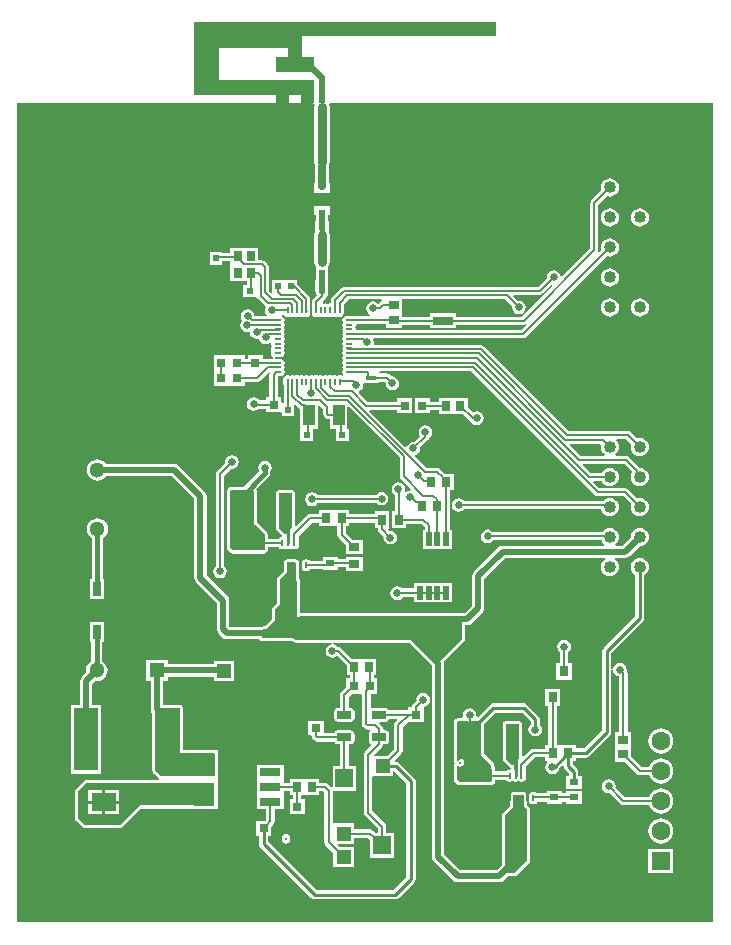
<source format=gtl>
G04*
G04 #@! TF.GenerationSoftware,Altium Limited,Altium Designer,19.1.8 (144)*
G04*
G04 Layer_Physical_Order=1*
G04 Layer_Color=255*
%FSLAX25Y25*%
%MOIN*%
G70*
G01*
G75*
%ADD15C,0.00600*%
%ADD17C,0.01000*%
%ADD18C,0.00800*%
G04:AMPARAMS|DCode=65|XSize=9.84mil|YSize=19.68mil|CornerRadius=1.97mil|HoleSize=0mil|Usage=FLASHONLY|Rotation=180.000|XOffset=0mil|YOffset=0mil|HoleType=Round|Shape=RoundedRectangle|*
%AMROUNDEDRECTD65*
21,1,0.00984,0.01575,0,0,180.0*
21,1,0.00591,0.01968,0,0,180.0*
1,1,0.00394,-0.00295,0.00787*
1,1,0.00394,0.00295,0.00787*
1,1,0.00394,0.00295,-0.00787*
1,1,0.00394,-0.00295,-0.00787*
%
%ADD65ROUNDEDRECTD65*%
G04:AMPARAMS|DCode=66|XSize=33.07mil|YSize=94.49mil|CornerRadius=1.98mil|HoleSize=0mil|Usage=FLASHONLY|Rotation=90.000|XOffset=0mil|YOffset=0mil|HoleType=Round|Shape=RoundedRectangle|*
%AMROUNDEDRECTD66*
21,1,0.03307,0.09052,0,0,90.0*
21,1,0.02910,0.09449,0,0,90.0*
1,1,0.00397,0.04526,0.01455*
1,1,0.00397,0.04526,-0.01455*
1,1,0.00397,-0.04526,-0.01455*
1,1,0.00397,-0.04526,0.01455*
%
%ADD66ROUNDEDRECTD66*%
%ADD67O,0.00787X0.02559*%
%ADD68O,0.02559X0.00787*%
%ADD69R,0.18504X0.18504*%
%ADD70R,0.02953X0.03150*%
%ADD71R,0.01968X0.02284*%
%ADD72R,0.01968X0.02559*%
%ADD73R,0.02362X0.01968*%
%ADD74R,0.01811X0.00394*%
%ADD75R,0.04173X0.00394*%
%ADD76R,0.03347X0.02953*%
%ADD77R,0.02756X0.03347*%
%ADD78R,0.03150X0.02362*%
%ADD79R,0.02756X0.03543*%
%ADD80R,0.03543X0.02756*%
%ADD81R,0.01968X0.02362*%
%ADD82R,0.02953X0.03150*%
%ADD83R,0.03150X0.02953*%
%ADD84R,0.06693X0.03150*%
%ADD85R,0.01968X0.04528*%
%ADD86R,0.02953X0.03347*%
%ADD87R,0.03150X0.03543*%
%ADD88R,0.03150X0.03150*%
%ADD89R,0.03347X0.01772*%
%ADD90R,0.03071X0.03465*%
%ADD91R,0.03937X0.07087*%
%ADD92R,0.05315X0.04134*%
%ADD93R,0.03740X0.10630*%
%ADD94R,0.05512X0.10630*%
%ADD95R,0.02756X0.04724*%
%ADD96R,0.07874X0.20866*%
G04:AMPARAMS|DCode=97|XSize=25.59mil|YSize=47.24mil|CornerRadius=1.92mil|HoleSize=0mil|Usage=FLASHONLY|Rotation=90.000|XOffset=0mil|YOffset=0mil|HoleType=Round|Shape=RoundedRectangle|*
%AMROUNDEDRECTD97*
21,1,0.02559,0.04341,0,0,90.0*
21,1,0.02175,0.04724,0,0,90.0*
1,1,0.00384,0.02170,0.01088*
1,1,0.00384,0.02170,-0.01088*
1,1,0.00384,-0.02170,-0.01088*
1,1,0.00384,-0.02170,0.01088*
%
%ADD97ROUNDEDRECTD97*%
%ADD98R,0.04724X0.04724*%
%ADD99R,0.05906X0.06299*%
%ADD100R,0.04921X0.04803*%
%ADD101R,0.06890X0.02559*%
%ADD102C,0.02000*%
%ADD103C,0.03000*%
%ADD104C,0.01500*%
%ADD105C,0.02500*%
%ADD106C,0.04016*%
%ADD107C,0.12598*%
%ADD108R,0.05906X0.08268*%
%ADD109R,0.08268X0.05906*%
%ADD110C,0.06299*%
%ADD111R,0.06299X0.06299*%
%ADD112C,0.05118*%
%ADD113R,0.05118X0.05118*%
%ADD114C,0.02500*%
%ADD115C,0.02598*%
G36*
X161453Y297441D02*
X96886D01*
Y290354D01*
X100823D01*
Y287756D01*
X104405Y284173D01*
Y275000D01*
X102594D01*
Y283110D01*
X100114Y285591D01*
X88224D01*
Y290354D01*
X92161D01*
Y293504D01*
X69327D01*
Y282992D01*
X100823D01*
Y275000D01*
X100673D01*
X101070Y274500D01*
X100951Y273900D01*
Y255400D01*
X101145Y254425D01*
X101295Y254200D01*
X101206Y253751D01*
Y248376D01*
X100941D01*
X100941Y245227D01*
X106059D01*
X106059Y248376D01*
X105794D01*
Y253751D01*
X105726Y254092D01*
Y254232D01*
X105855Y254425D01*
X106049Y255400D01*
Y273900D01*
X105930Y274500D01*
X106327Y275000D01*
X234000D01*
Y2000D01*
X2000D01*
Y275000D01*
X88224D01*
Y277913D01*
X60744D01*
Y302205D01*
X161453D01*
Y297441D01*
D02*
G37*
%LPC*%
G36*
X96610Y277913D02*
X92437D01*
Y275000D01*
X96610D01*
Y277913D01*
D02*
G37*
G36*
X199500Y250034D02*
X198715Y249931D01*
X197983Y249627D01*
X197355Y249145D01*
X196873Y248517D01*
X196570Y247785D01*
X196466Y247000D01*
X196570Y246215D01*
X196649Y246023D01*
X193363Y242737D01*
X193075Y242307D01*
X192974Y241800D01*
Y226749D01*
X183475Y217249D01*
X182948Y217430D01*
X182819Y218078D01*
X182322Y218822D01*
X181578Y219320D01*
X180700Y219494D01*
X179822Y219320D01*
X179078Y218822D01*
X178580Y218078D01*
X178406Y217200D01*
X178475Y216850D01*
X175551Y213926D01*
X111000D01*
X110493Y213825D01*
X110063Y213537D01*
X106884Y210359D01*
X106597Y209928D01*
X106496Y209421D01*
Y208587D01*
X106226Y208365D01*
X105682Y208257D01*
X105438Y208094D01*
X105195Y208257D01*
X104651Y208365D01*
X104107Y208257D01*
X103892Y208378D01*
X103795Y208976D01*
X104509Y209691D01*
X104509Y209691D01*
X104819Y210154D01*
X104910Y210613D01*
X104977Y210658D01*
X105419Y211320D01*
X105575Y212100D01*
Y212139D01*
X105646D01*
Y216108D01*
X105575D01*
Y218270D01*
X105520Y218546D01*
Y220733D01*
X105855Y221235D01*
X106049Y222210D01*
Y231200D01*
X105855Y232175D01*
X105713Y232388D01*
Y235784D01*
X105539D01*
Y237747D01*
X106059D01*
X106059Y240896D01*
X100941D01*
X100941Y237747D01*
X101461D01*
Y235784D01*
X101350D01*
Y232483D01*
X101145Y232175D01*
X100951Y231200D01*
Y222210D01*
X101145Y221235D01*
X101551Y220627D01*
Y218546D01*
X101496Y218270D01*
Y216108D01*
X101284D01*
Y212139D01*
X101496D01*
Y212100D01*
X101652Y211320D01*
X101831Y211050D01*
X100513Y209731D01*
X100203Y209268D01*
X100162Y209061D01*
X99662Y209110D01*
Y209963D01*
X99561Y210471D01*
X99274Y210901D01*
X95219Y214956D01*
Y216317D01*
X91383D01*
X91250Y216317D01*
Y216317D01*
X90884Y216313D01*
Y216313D01*
X86916D01*
Y212388D01*
X86916Y212166D01*
X86416Y211959D01*
X85725Y212649D01*
Y220500D01*
X85625Y221007D01*
X85337Y221437D01*
X84437Y222337D01*
X84007Y222625D01*
X83500Y222726D01*
X82360D01*
Y226947D01*
X72840D01*
Y225186D01*
X70184D01*
Y225550D01*
X66216D01*
Y221187D01*
X70184D01*
Y222535D01*
X72840D01*
Y221817D01*
X72840Y221483D01*
X72840D01*
Y221317D01*
X72840D01*
Y215853D01*
X78575D01*
Y214484D01*
X77227D01*
Y210516D01*
X81589D01*
X81989Y210273D01*
X82263Y209863D01*
X84463Y207663D01*
X84560Y207598D01*
X84721Y206939D01*
X84681Y206878D01*
X84506Y206000D01*
X84681Y205122D01*
X85036Y204591D01*
X84776Y204091D01*
X81002D01*
X80994Y204100D01*
X80819Y204978D01*
X80322Y205722D01*
X79578Y206220D01*
X78700Y206394D01*
X77822Y206220D01*
X77078Y205722D01*
X76581Y204978D01*
X76406Y204100D01*
X76581Y203222D01*
X76980Y202624D01*
X76978Y202622D01*
X76481Y201878D01*
X76306Y201000D01*
X76481Y200122D01*
X76978Y199378D01*
X77722Y198881D01*
X78600Y198706D01*
X79036Y198793D01*
X79496Y198800D01*
X79580Y198430D01*
X79681Y197922D01*
X80178Y197178D01*
X80922Y196680D01*
X81800Y196506D01*
X82497Y196644D01*
X82581Y196222D01*
X83078Y195478D01*
X83822Y194981D01*
X84700Y194806D01*
X85578Y194981D01*
X86061Y195303D01*
X86511Y195003D01*
X86498Y194936D01*
X86606Y194392D01*
X86769Y194149D01*
X86606Y193905D01*
X86498Y193361D01*
X86606Y192818D01*
X86769Y192574D01*
X86606Y192330D01*
X86498Y191787D01*
X86606Y191243D01*
X86914Y190782D01*
X87026Y190707D01*
X87083Y190068D01*
X86927Y189918D01*
X83875D01*
Y191119D01*
X78725D01*
Y189968D01*
X77776D01*
Y191175D01*
X72961D01*
X72824Y191175D01*
X72461D01*
X72324Y191175D01*
X67509D01*
Y186025D01*
X67509D01*
Y185975D01*
X67509D01*
Y180825D01*
X72324D01*
X72461Y180825D01*
X72824D01*
X72961Y180825D01*
X77776D01*
Y182074D01*
X81800D01*
X82307Y182175D01*
X82737Y182463D01*
X85580Y185305D01*
X86053Y185124D01*
X86075Y185094D01*
X85973Y184578D01*
X85973Y184578D01*
Y177076D01*
X84825D01*
Y176027D01*
X82686D01*
X82422Y176422D01*
X81678Y176919D01*
X80800Y177094D01*
X79922Y176919D01*
X79178Y176422D01*
X78681Y175678D01*
X78506Y174800D01*
X78681Y173922D01*
X79178Y173178D01*
X79922Y172680D01*
X80800Y172506D01*
X81678Y172680D01*
X82414Y173173D01*
X84825D01*
Y172124D01*
X89975Y172124D01*
X90116Y171682D01*
Y170719D01*
X94084D01*
Y174434D01*
X94584Y174641D01*
X95820Y173405D01*
X96232Y173130D01*
Y166982D01*
X96232Y166657D01*
X96232D01*
X96236Y166484D01*
X96236D01*
Y162516D01*
X100598D01*
Y166484D01*
X101027Y166657D01*
X102169D01*
Y174250D01*
X102668Y174457D01*
X103974Y173151D01*
Y171451D01*
X104075Y170944D01*
X104363Y170514D01*
X104714Y170163D01*
X105144Y169875D01*
X105651Y169774D01*
X106074D01*
Y166657D01*
X107745D01*
X108173Y166484D01*
Y162516D01*
X112535D01*
Y166484D01*
X112440D01*
X112011Y166657D01*
Y173761D01*
X112473Y173952D01*
X129375Y157051D01*
Y150700D01*
X129475Y150193D01*
X129763Y149763D01*
X133100Y146425D01*
X132837Y145982D01*
X132022Y145819D01*
X131614Y145547D01*
X131164Y145848D01*
X131294Y146500D01*
X131120Y147378D01*
X130622Y148122D01*
X129878Y148619D01*
X129000Y148794D01*
X128122Y148619D01*
X127378Y148122D01*
X126881Y147378D01*
X126706Y146500D01*
X126881Y145622D01*
X127378Y144878D01*
X127778Y144611D01*
Y139072D01*
X126725D01*
Y133528D01*
X131481D01*
Y134975D01*
X136651D01*
X137780Y133846D01*
Y132969D01*
X137121D01*
Y126442D01*
X146798D01*
Y132969D01*
X146139D01*
Y146127D01*
X147395D01*
Y151473D01*
X144601D01*
X142937Y153137D01*
X142507Y153425D01*
X142000Y153525D01*
X138349D01*
X134516Y157359D01*
X134661Y157837D01*
X134878Y157880D01*
X135622Y158378D01*
X136119Y159122D01*
X136294Y160000D01*
X136224Y160350D01*
X138767Y162892D01*
X139054Y163322D01*
X139095Y163525D01*
X139622Y163878D01*
X140120Y164622D01*
X140294Y165500D01*
X140120Y166378D01*
X139622Y167122D01*
X138878Y167620D01*
X138000Y167794D01*
X137122Y167620D01*
X136378Y167122D01*
X135880Y166378D01*
X135706Y165500D01*
X135880Y164622D01*
X136228Y164102D01*
X134350Y162224D01*
X134000Y162294D01*
X133122Y162119D01*
X132378Y161622D01*
X131880Y160878D01*
X131837Y160661D01*
X131359Y160516D01*
X119362Y172513D01*
X119553Y172975D01*
X128542D01*
Y171695D01*
X133691D01*
Y176844D01*
X128542D01*
Y175626D01*
X118749D01*
X115784Y178591D01*
X115952Y179130D01*
X116622Y179578D01*
X117120Y180322D01*
X117294Y181200D01*
X117258Y181380D01*
X117575Y181767D01*
X122373D01*
Y182225D01*
X124394D01*
X124734Y181840D01*
X124706Y181700D01*
X124881Y180822D01*
X125378Y180078D01*
X126122Y179580D01*
X127000Y179406D01*
X127878Y179580D01*
X128622Y180078D01*
X129120Y180822D01*
X129294Y181700D01*
X129120Y182578D01*
X128622Y183322D01*
X127878Y183819D01*
X127000Y183994D01*
X126770Y183948D01*
X126057Y184662D01*
X125593Y184971D01*
X125047Y185080D01*
X125047Y185080D01*
X122577D01*
X122539Y185304D01*
X122967Y185692D01*
X153234D01*
X194463Y144463D01*
X194893Y144175D01*
X195400Y144074D01*
X204051D01*
X206649Y141477D01*
X206570Y141285D01*
X206466Y140500D01*
X206570Y139715D01*
X206873Y138983D01*
X207355Y138355D01*
X207983Y137873D01*
X208715Y137570D01*
X209500Y137466D01*
X210285Y137570D01*
X211017Y137873D01*
X211645Y138355D01*
X212127Y138983D01*
X212431Y139715D01*
X212534Y140500D01*
X212431Y141285D01*
X212127Y142017D01*
X211645Y142645D01*
X211017Y143127D01*
X210285Y143430D01*
X209500Y143534D01*
X208715Y143430D01*
X208523Y143351D01*
X205537Y146337D01*
X205107Y146625D01*
X204600Y146725D01*
X195949D01*
X193962Y148713D01*
X194153Y149174D01*
X196793D01*
X196873Y148983D01*
X197355Y148355D01*
X197983Y147873D01*
X198715Y147570D01*
X199500Y147466D01*
X200285Y147570D01*
X201017Y147873D01*
X201645Y148355D01*
X202127Y148983D01*
X202430Y149715D01*
X202534Y150500D01*
X202430Y151285D01*
X202127Y152017D01*
X201645Y152645D01*
X201017Y153127D01*
X200285Y153430D01*
X199500Y153534D01*
X198715Y153430D01*
X197983Y153127D01*
X197355Y152645D01*
X196873Y152017D01*
X196793Y151825D01*
X193076D01*
X190489Y154413D01*
X190680Y154875D01*
X204451D01*
X207062Y152264D01*
X206873Y152017D01*
X206570Y151285D01*
X206466Y150500D01*
X206570Y149715D01*
X206873Y148983D01*
X207355Y148355D01*
X207983Y147873D01*
X208715Y147570D01*
X209500Y147466D01*
X210285Y147570D01*
X211017Y147873D01*
X211645Y148355D01*
X212127Y148983D01*
X212431Y149715D01*
X212534Y150500D01*
X212431Y151285D01*
X212127Y152017D01*
X211645Y152645D01*
X211017Y153127D01*
X210285Y153430D01*
X209547Y153528D01*
X205937Y157137D01*
X205507Y157425D01*
X205000Y157526D01*
X201386D01*
X201216Y158026D01*
X201645Y158355D01*
X202127Y158983D01*
X202430Y159715D01*
X202534Y160500D01*
X202430Y161285D01*
X202127Y162017D01*
X201645Y162645D01*
X201542Y162724D01*
X201712Y163224D01*
X204901D01*
X206649Y161477D01*
X206570Y161285D01*
X206466Y160500D01*
X206570Y159715D01*
X206873Y158983D01*
X207355Y158355D01*
X207983Y157873D01*
X208715Y157570D01*
X209500Y157466D01*
X210285Y157570D01*
X211017Y157873D01*
X211645Y158355D01*
X212127Y158983D01*
X212431Y159715D01*
X212534Y160500D01*
X212431Y161285D01*
X212127Y162017D01*
X211645Y162645D01*
X211017Y163127D01*
X210285Y163430D01*
X209500Y163534D01*
X208715Y163430D01*
X208523Y163351D01*
X206387Y165487D01*
X205957Y165775D01*
X205450Y165875D01*
X185707D01*
X157329Y194254D01*
X156899Y194541D01*
X156392Y194642D01*
X121018D01*
X120700Y195028D01*
X120794Y195500D01*
X120652Y196215D01*
X120949Y196715D01*
X170541D01*
X171048Y196816D01*
X171478Y197104D01*
X198523Y224149D01*
X198715Y224069D01*
X199500Y223966D01*
X200285Y224069D01*
X201017Y224373D01*
X201645Y224855D01*
X202127Y225483D01*
X202430Y226215D01*
X202534Y227000D01*
X202430Y227785D01*
X202127Y228517D01*
X201645Y229145D01*
X201017Y229627D01*
X200285Y229930D01*
X199500Y230034D01*
X198715Y229930D01*
X197983Y229627D01*
X197355Y229145D01*
X196873Y228517D01*
X196570Y227785D01*
X196466Y227000D01*
X196570Y226215D01*
X196649Y226023D01*
X195739Y225113D01*
X195350Y225432D01*
X195525Y225693D01*
X195625Y226200D01*
Y241251D01*
X198523Y244149D01*
X198715Y244070D01*
X199500Y243966D01*
X200285Y244070D01*
X201017Y244373D01*
X201645Y244855D01*
X202127Y245483D01*
X202430Y246215D01*
X202534Y247000D01*
X202430Y247785D01*
X202127Y248517D01*
X201645Y249145D01*
X201017Y249627D01*
X200285Y249931D01*
X199500Y250034D01*
D02*
G37*
G36*
X209500Y240034D02*
X208715Y239931D01*
X207983Y239627D01*
X207355Y239145D01*
X206873Y238517D01*
X206570Y237785D01*
X206466Y237000D01*
X206570Y236215D01*
X206873Y235483D01*
X207355Y234855D01*
X207983Y234373D01*
X208715Y234069D01*
X209500Y233966D01*
X210285Y234069D01*
X211017Y234373D01*
X211645Y234855D01*
X212127Y235483D01*
X212431Y236215D01*
X212534Y237000D01*
X212431Y237785D01*
X212127Y238517D01*
X211645Y239145D01*
X211017Y239627D01*
X210285Y239931D01*
X209500Y240034D01*
D02*
G37*
G36*
X199500D02*
X198715Y239931D01*
X197983Y239627D01*
X197355Y239145D01*
X196873Y238517D01*
X196570Y237785D01*
X196466Y237000D01*
X196570Y236215D01*
X196873Y235483D01*
X197355Y234855D01*
X197983Y234373D01*
X198715Y234069D01*
X199500Y233966D01*
X200285Y234069D01*
X201017Y234373D01*
X201645Y234855D01*
X202127Y235483D01*
X202430Y236215D01*
X202534Y237000D01*
X202430Y237785D01*
X202127Y238517D01*
X201645Y239145D01*
X201017Y239627D01*
X200285Y239931D01*
X199500Y240034D01*
D02*
G37*
G36*
Y220034D02*
X198715Y219931D01*
X197983Y219627D01*
X197355Y219145D01*
X196873Y218517D01*
X196570Y217785D01*
X196466Y217000D01*
X196570Y216215D01*
X196873Y215483D01*
X197355Y214855D01*
X197983Y214373D01*
X198715Y214070D01*
X199500Y213966D01*
X200285Y214070D01*
X201017Y214373D01*
X201645Y214855D01*
X202127Y215483D01*
X202430Y216215D01*
X202534Y217000D01*
X202430Y217785D01*
X202127Y218517D01*
X201645Y219145D01*
X201017Y219627D01*
X200285Y219931D01*
X199500Y220034D01*
D02*
G37*
G36*
X209500Y210034D02*
X208715Y209930D01*
X207983Y209627D01*
X207355Y209145D01*
X206873Y208517D01*
X206570Y207785D01*
X206466Y207000D01*
X206570Y206215D01*
X206873Y205483D01*
X207355Y204855D01*
X207983Y204373D01*
X208715Y204070D01*
X209500Y203966D01*
X210285Y204070D01*
X211017Y204373D01*
X211645Y204855D01*
X212127Y205483D01*
X212431Y206215D01*
X212534Y207000D01*
X212431Y207785D01*
X212127Y208517D01*
X211645Y209145D01*
X211017Y209627D01*
X210285Y209930D01*
X209500Y210034D01*
D02*
G37*
G36*
X199500D02*
X198715Y209930D01*
X197983Y209627D01*
X197355Y209145D01*
X196873Y208517D01*
X196570Y207785D01*
X196466Y207000D01*
X196570Y206215D01*
X196873Y205483D01*
X197355Y204855D01*
X197983Y204373D01*
X198715Y204070D01*
X199500Y203966D01*
X200285Y204070D01*
X201017Y204373D01*
X201645Y204855D01*
X202127Y205483D01*
X202430Y206215D01*
X202534Y207000D01*
X202430Y207785D01*
X202127Y208517D01*
X201645Y209145D01*
X201017Y209627D01*
X200285Y209930D01*
X199500Y210034D01*
D02*
G37*
G36*
X147298Y176943D02*
X146798Y176943D01*
X142376D01*
Y175595D01*
X139597D01*
Y176844D01*
X134447D01*
Y171695D01*
X139597D01*
Y172944D01*
X142376D01*
Y171596D01*
X146798D01*
X147132Y171596D01*
X147632Y171596D01*
X150330D01*
X152836Y169091D01*
X152836Y169091D01*
X153256Y168810D01*
X153478Y168478D01*
X154222Y167981D01*
X155100Y167806D01*
X155978Y167981D01*
X156722Y168478D01*
X157220Y169222D01*
X157394Y170100D01*
X157220Y170978D01*
X156722Y171722D01*
X155978Y172220D01*
X155100Y172394D01*
X154222Y172220D01*
X153936Y172028D01*
X152053Y173910D01*
Y176943D01*
X147632D01*
X147298Y176943D01*
D02*
G37*
G36*
X73500Y157794D02*
X72622Y157620D01*
X71878Y157122D01*
X71381Y156378D01*
X71206Y155500D01*
X71276Y155150D01*
X68563Y152437D01*
X68275Y152007D01*
X68174Y151500D01*
Y120820D01*
X67878Y120622D01*
X67381Y119878D01*
X67206Y119000D01*
X67381Y118122D01*
X67878Y117378D01*
X68622Y116881D01*
X69500Y116706D01*
X70378Y116881D01*
X71122Y117378D01*
X71619Y118122D01*
X71794Y119000D01*
X71619Y119878D01*
X71122Y120622D01*
X70825Y120820D01*
Y150951D01*
X73150Y153276D01*
X73500Y153206D01*
X74378Y153381D01*
X75122Y153878D01*
X75619Y154622D01*
X75794Y155500D01*
X75619Y156378D01*
X75122Y157122D01*
X74378Y157620D01*
X73500Y157794D01*
D02*
G37*
G36*
X123400Y145594D02*
X122522Y145420D01*
X121778Y144922D01*
X121446Y144425D01*
X102020D01*
X101822Y144722D01*
X101078Y145220D01*
X100200Y145394D01*
X99322Y145220D01*
X98578Y144722D01*
X98081Y143978D01*
X97906Y143100D01*
X98081Y142222D01*
X98578Y141478D01*
X99322Y140981D01*
X100200Y140806D01*
X101078Y140981D01*
X101822Y141478D01*
X102020Y141774D01*
X121713D01*
X121778Y141678D01*
X122522Y141181D01*
X123400Y141006D01*
X124278Y141181D01*
X125022Y141678D01*
X125520Y142422D01*
X125694Y143300D01*
X125520Y144178D01*
X125022Y144922D01*
X124278Y145420D01*
X123400Y145594D01*
D02*
G37*
G36*
X199500Y143534D02*
X198715Y143430D01*
X197983Y143127D01*
X197355Y142645D01*
X197263Y142525D01*
X150920D01*
X150722Y142822D01*
X149978Y143319D01*
X149100Y143494D01*
X148222Y143319D01*
X147478Y142822D01*
X146981Y142078D01*
X146806Y141200D01*
X146981Y140322D01*
X147478Y139578D01*
X148222Y139081D01*
X149100Y138906D01*
X149978Y139081D01*
X150722Y139578D01*
X150920Y139874D01*
X196548D01*
X196570Y139715D01*
X196873Y138983D01*
X197355Y138355D01*
X197983Y137873D01*
X198715Y137570D01*
X199500Y137466D01*
X200285Y137570D01*
X201017Y137873D01*
X201645Y138355D01*
X202127Y138983D01*
X202430Y139715D01*
X202534Y140500D01*
X202430Y141285D01*
X202127Y142017D01*
X201645Y142645D01*
X201017Y143127D01*
X200285Y143430D01*
X199500Y143534D01*
D02*
G37*
G36*
X84500Y155880D02*
X83622Y155706D01*
X82878Y155208D01*
X82381Y154464D01*
X82206Y153586D01*
X82381Y152708D01*
X82623Y152346D01*
X77596Y147320D01*
X73200D01*
X72810Y147242D01*
X72479Y147021D01*
X72079Y146621D01*
X71858Y146290D01*
X71780Y145900D01*
Y126900D01*
X71858Y126510D01*
X72079Y126179D01*
X72979Y125279D01*
X73310Y125058D01*
X73700Y124980D01*
X84100D01*
X84490Y125058D01*
X84821Y125279D01*
X85028Y125486D01*
X85357D01*
Y125988D01*
X85420Y126300D01*
Y127113D01*
X89056D01*
X89205Y126890D01*
X89601Y126625D01*
X90068Y126532D01*
X90658D01*
X91125Y126625D01*
X91347Y126774D01*
X91569Y126625D01*
X92036Y126532D01*
X92627D01*
X93094Y126625D01*
X93316Y126774D01*
X93538Y126625D01*
X94005Y126532D01*
X94595D01*
X95062Y126625D01*
X95458Y126890D01*
X95723Y127286D01*
X95816Y127753D01*
Y129327D01*
X95727Y129771D01*
Y130909D01*
X100091Y135273D01*
X102465D01*
Y134027D01*
X107083D01*
X107417Y134027D01*
X107917Y134027D01*
X108632D01*
Y131297D01*
X108632Y131297D01*
X108740Y130751D01*
X109050Y130288D01*
X111528Y127809D01*
Y124678D01*
X117072D01*
Y129434D01*
X113940D01*
X113938Y129437D01*
X113938Y129437D01*
X111486Y131888D01*
Y134027D01*
X112535D01*
Y135273D01*
X121213D01*
Y133528D01*
X122164D01*
Y133009D01*
X122164Y133009D01*
X122273Y132462D01*
X122582Y131999D01*
X124052Y130530D01*
X124006Y130300D01*
X124180Y129422D01*
X124678Y128678D01*
X125422Y128181D01*
X126300Y128006D01*
X127178Y128181D01*
X127922Y128678D01*
X128419Y129422D01*
X128594Y130300D01*
X128419Y131178D01*
X127922Y131922D01*
X127178Y132420D01*
X126300Y132594D01*
X126070Y132548D01*
X125552Y133066D01*
X125744Y133528D01*
X125969D01*
Y139072D01*
X121213D01*
Y138127D01*
X112535D01*
Y139373D01*
X107917D01*
X107583Y139373D01*
X107083Y139373D01*
X102465D01*
Y138127D01*
X99500D01*
X99500Y138127D01*
X98954Y138019D01*
X98491Y137709D01*
X95020Y134238D01*
X94520Y134445D01*
Y145200D01*
X94442Y145590D01*
X94221Y145921D01*
X93890Y146142D01*
X93500Y146220D01*
X89200D01*
X88810Y146142D01*
X88479Y145921D01*
X88379Y145821D01*
X88158Y145490D01*
X88080Y145100D01*
Y133600D01*
X88158Y133210D01*
X88379Y132879D01*
X90210Y131048D01*
X90109Y130693D01*
X90014Y130537D01*
X89601Y130455D01*
X89205Y130190D01*
X89056Y129968D01*
X85420D01*
Y131400D01*
X85342Y131790D01*
X85121Y132121D01*
X82021Y135221D01*
X81820Y135355D01*
Y145800D01*
X81742Y146190D01*
X81651Y146327D01*
X85762Y150438D01*
X85762Y150438D01*
X86149Y151017D01*
X86284Y151700D01*
X86284Y151700D01*
Y152207D01*
X86619Y152708D01*
X86794Y153586D01*
X86619Y154464D01*
X86122Y155208D01*
X85378Y155706D01*
X84500Y155880D01*
D02*
G37*
G36*
X28650Y156425D02*
X27721Y156302D01*
X26855Y155944D01*
X26112Y155373D01*
X25541Y154630D01*
X25183Y153764D01*
X25060Y152835D01*
X25183Y151906D01*
X25541Y151040D01*
X26112Y150297D01*
X26855Y149726D01*
X27721Y149368D01*
X28650Y149245D01*
X29579Y149368D01*
X30445Y149726D01*
X31188Y150297D01*
X31571Y150796D01*
X53420D01*
X60961Y143255D01*
Y116900D01*
X61116Y116120D01*
X61558Y115458D01*
X68561Y108455D01*
Y99672D01*
X68716Y98891D01*
X69158Y98230D01*
X70330Y97058D01*
X70330Y97058D01*
X70991Y96616D01*
X71772Y96461D01*
X82691D01*
X82879Y96179D01*
X83210Y95958D01*
X83600Y95880D01*
X93436D01*
X93458Y95858D01*
X94120Y95416D01*
X94900Y95261D01*
X106783D01*
X106833Y94761D01*
X106693Y94733D01*
X106122Y94619D01*
X105378Y94122D01*
X104880Y93378D01*
X104706Y92500D01*
X104880Y91622D01*
X105378Y90878D01*
X106122Y90381D01*
X107000Y90206D01*
X107878Y90381D01*
X108622Y90878D01*
X108681Y90884D01*
X111861Y87703D01*
Y84527D01*
X112812D01*
Y83475D01*
X111666D01*
Y80442D01*
X109984Y78760D01*
X109674Y78297D01*
X109565Y77750D01*
X109565Y77750D01*
Y73543D01*
X108823D01*
X108358Y73450D01*
X107963Y73187D01*
X107700Y72793D01*
X107607Y72328D01*
Y70153D01*
X107700Y69687D01*
X107963Y69293D01*
X108358Y69030D01*
X108823Y68937D01*
X113163D01*
X113628Y69030D01*
X114023Y69293D01*
X114286Y69687D01*
X114378Y70153D01*
Y72328D01*
X114286Y72793D01*
X114023Y73187D01*
X113628Y73450D01*
X113163Y73543D01*
X112420D01*
Y77159D01*
X113586Y78325D01*
X116373D01*
X116619Y78325D01*
X116873Y77930D01*
Y68169D01*
X116873Y68169D01*
X116981Y67622D01*
X117291Y67159D01*
X117759Y66691D01*
X117759Y66691D01*
X118222Y66381D01*
X118769Y66273D01*
X119524D01*
X119676Y65773D01*
X119578Y65707D01*
X119314Y65312D01*
X119221Y64847D01*
Y62672D01*
X119314Y62207D01*
X119578Y61813D01*
X119883Y61609D01*
X119998Y61224D01*
X120013Y61032D01*
X117891Y58909D01*
X117581Y58446D01*
X117473Y57900D01*
X117473Y57900D01*
Y38600D01*
X117473Y38600D01*
X117581Y38054D01*
X117891Y37591D01*
X122081Y33400D01*
Y31850D01*
X121378D01*
X120581Y32646D01*
X120118Y32956D01*
X119572Y33064D01*
X119572Y33064D01*
X114076D01*
Y34999D01*
X107351D01*
X107127Y35407D01*
Y45883D01*
X107127Y45900D01*
X107127Y45900D01*
X107169Y45950D01*
X107277Y45950D01*
X114944D01*
Y54250D01*
X112419D01*
Y61457D01*
X113163D01*
X113628Y61550D01*
X114023Y61813D01*
X114286Y62207D01*
X114378Y62672D01*
Y64847D01*
X114286Y65312D01*
X114023Y65707D01*
X113628Y65970D01*
X113163Y66063D01*
X108823D01*
X108358Y65970D01*
X107963Y65707D01*
X107700Y65312D01*
X107663Y65127D01*
X104075D01*
Y69319D01*
X98925D01*
Y64366D01*
X99628D01*
X100073Y64200D01*
X100181Y63654D01*
X100491Y63191D01*
X100991Y62691D01*
X100991Y62691D01*
X101454Y62381D01*
X102000Y62273D01*
X102000Y62273D01*
X107687D01*
X107700Y62207D01*
X107963Y61813D01*
X108358Y61550D01*
X108823Y61457D01*
X109564D01*
Y54250D01*
X107039D01*
Y47287D01*
X106539Y47080D01*
X105409Y48209D01*
X104946Y48519D01*
X104400Y48627D01*
X104400Y48627D01*
X102539D01*
Y49873D01*
X98117D01*
X97783Y49873D01*
X97283Y49873D01*
X92861D01*
Y48627D01*
X90768D01*
Y49420D01*
X90768Y49479D01*
Y49920D01*
X90768Y49979D01*
Y54479D01*
X81879D01*
Y49979D01*
X81879Y49920D01*
Y49479D01*
X81879Y49420D01*
Y44980D01*
X81879Y44921D01*
Y44480D01*
X81879Y44420D01*
Y39920D01*
X84896D01*
Y36257D01*
X84614Y35975D01*
X81581D01*
Y30825D01*
X82528D01*
Y28242D01*
X82644Y27657D01*
X82976Y27161D01*
X100019Y10119D01*
X100515Y9787D01*
X101100Y9671D01*
X128000D01*
X128585Y9787D01*
X129081Y10119D01*
X134281Y15319D01*
X134613Y15815D01*
X134729Y16400D01*
Y49100D01*
X134613Y49685D01*
X134281Y50181D01*
X129344Y55118D01*
X128848Y55450D01*
X128263Y55566D01*
X127988D01*
X127797Y56028D01*
X130009Y58241D01*
X130009Y58241D01*
X130319Y58704D01*
X130427Y59250D01*
X130427Y59250D01*
Y67109D01*
X131842Y68523D01*
X132225Y68781D01*
Y68781D01*
X132225Y68781D01*
X137375D01*
Y73734D01*
X137722Y74090D01*
X138178Y74181D01*
X138922Y74678D01*
X139419Y75422D01*
X139594Y76300D01*
X139419Y77178D01*
X138922Y77922D01*
X138178Y78419D01*
X137300Y78594D01*
X136422Y78419D01*
X135678Y77922D01*
X135180Y77178D01*
X135006Y76300D01*
X135052Y76070D01*
X133791Y74809D01*
X133481Y74346D01*
X133373Y73800D01*
X132888Y73734D01*
X132225D01*
Y72685D01*
X125922D01*
X125900Y72793D01*
X125637Y73187D01*
X125242Y73450D01*
X124777Y73543D01*
X120437D01*
X120227Y73501D01*
X119727Y73843D01*
Y78325D01*
X121934D01*
Y83475D01*
X120885D01*
Y84527D01*
X121539D01*
Y89873D01*
X117117D01*
X116783Y89873D01*
X116283Y89873D01*
X113441D01*
X109877Y93437D01*
X109447Y93725D01*
X108939Y93826D01*
X108820D01*
X108622Y94122D01*
X107878Y94619D01*
X107307Y94733D01*
X107167Y94761D01*
X107217Y95261D01*
X132655D01*
X140161Y87755D01*
Y23900D01*
X140316Y23120D01*
X140758Y22458D01*
X147258Y15958D01*
X147920Y15516D01*
X148700Y15361D01*
X162600D01*
X163380Y15516D01*
X164042Y15958D01*
X165564Y17480D01*
X167700D01*
X168090Y17558D01*
X168421Y17779D01*
X172721Y22079D01*
X172942Y22410D01*
X173020Y22800D01*
Y26100D01*
Y38000D01*
X172942Y38390D01*
X172820Y38573D01*
Y39800D01*
X172742Y40190D01*
X172521Y40521D01*
X171820Y41222D01*
Y44500D01*
X171742Y44890D01*
X171521Y45221D01*
X171190Y45442D01*
X170800Y45520D01*
X167200D01*
X166810Y45442D01*
X166479Y45221D01*
X166258Y44890D01*
X166180Y44500D01*
Y40822D01*
X164223Y38864D01*
X164110Y38842D01*
X163779Y38621D01*
X163558Y38290D01*
X163480Y37900D01*
Y26100D01*
Y21164D01*
X161755Y19439D01*
X149545D01*
X144239Y24745D01*
Y88600D01*
X144140Y89098D01*
X150821Y95779D01*
X151042Y96110D01*
X151120Y96500D01*
Y101161D01*
X152000D01*
X152780Y101316D01*
X153442Y101758D01*
X157042Y105358D01*
X157484Y106020D01*
X157639Y106800D01*
Y116655D01*
X164545Y123561D01*
X197763D01*
X197840Y123409D01*
X197896Y123061D01*
X197355Y122645D01*
X196873Y122017D01*
X196570Y121285D01*
X196466Y120500D01*
X196570Y119715D01*
X196873Y118983D01*
X197355Y118355D01*
X197983Y117873D01*
X198715Y117570D01*
X199500Y117466D01*
X200285Y117570D01*
X201017Y117873D01*
X201645Y118355D01*
X202127Y118983D01*
X202430Y119715D01*
X202534Y120500D01*
X202430Y121285D01*
X202127Y122017D01*
X201645Y122645D01*
X201104Y123061D01*
X201160Y123409D01*
X201237Y123561D01*
X204600D01*
X205380Y123716D01*
X206042Y124158D01*
X209367Y127484D01*
X209500Y127466D01*
X210285Y127570D01*
X211017Y127873D01*
X211645Y128355D01*
X212127Y128983D01*
X212431Y129715D01*
X212534Y130500D01*
X212431Y131285D01*
X212127Y132017D01*
X211645Y132645D01*
X211017Y133127D01*
X210285Y133430D01*
X209500Y133534D01*
X208715Y133430D01*
X207983Y133127D01*
X207355Y132645D01*
X206873Y132017D01*
X206570Y131285D01*
X206466Y130500D01*
X206484Y130368D01*
X203755Y127639D01*
X201534D01*
X201364Y128139D01*
X201645Y128355D01*
X202127Y128983D01*
X202430Y129715D01*
X202534Y130500D01*
X202430Y131285D01*
X202127Y132017D01*
X201645Y132645D01*
X201017Y133127D01*
X200285Y133430D01*
X199500Y133534D01*
X198715Y133430D01*
X197983Y133127D01*
X197355Y132645D01*
X196879Y132026D01*
X160520D01*
X160322Y132322D01*
X159578Y132819D01*
X158700Y132994D01*
X157822Y132819D01*
X157078Y132322D01*
X156580Y131578D01*
X156406Y130700D01*
X156580Y129822D01*
X157078Y129078D01*
X157822Y128580D01*
X158700Y128406D01*
X159578Y128580D01*
X160322Y129078D01*
X160520Y129375D01*
X196711D01*
X196873Y128983D01*
X197355Y128355D01*
X197636Y128139D01*
X197466Y127639D01*
X163700D01*
X162920Y127484D01*
X162258Y127042D01*
X154158Y118942D01*
X153716Y118280D01*
X153561Y117500D01*
Y107645D01*
X151155Y105239D01*
X150494D01*
X150490Y105242D01*
X150100Y105320D01*
X96320D01*
Y115400D01*
X96242Y115790D01*
X96056Y116069D01*
Y116615D01*
X95720D01*
Y119801D01*
X95723Y119805D01*
X95816Y120272D01*
Y121847D01*
X95723Y122314D01*
X95458Y122710D01*
X95062Y122975D01*
X94595Y123067D01*
X94005D01*
X93764Y123020D01*
X92868D01*
X92627Y123067D01*
X92036D01*
X91569Y122975D01*
X91567Y122973D01*
X91410Y122942D01*
X91079Y122721D01*
X90858Y122390D01*
X90780Y122000D01*
Y119222D01*
X88779Y117221D01*
X88558Y116890D01*
X88480Y116500D01*
Y108522D01*
X87179Y107221D01*
X86958Y106890D01*
X86880Y106500D01*
Y103222D01*
X84578Y100920D01*
X84100D01*
X83710Y100842D01*
X83379Y100621D01*
X83297Y100539D01*
X72639D01*
Y109300D01*
X72484Y110080D01*
X72042Y110742D01*
X65039Y117745D01*
Y144100D01*
X64884Y144880D01*
X64442Y145542D01*
X55707Y154277D01*
X55045Y154719D01*
X54265Y154874D01*
X31571D01*
X31188Y155373D01*
X30445Y155944D01*
X29579Y156302D01*
X28650Y156425D01*
D02*
G37*
G36*
X117072Y123922D02*
X111528D01*
Y123066D01*
X108875D01*
Y123922D01*
X103725D01*
Y122385D01*
X99612D01*
X99395Y122710D01*
X98999Y122975D01*
X98532Y123067D01*
X97942D01*
X97475Y122975D01*
X97079Y122710D01*
X96814Y122314D01*
X96721Y121847D01*
Y120272D01*
X96814Y119805D01*
X97079Y119410D01*
X97475Y119145D01*
X97942Y119052D01*
X98532D01*
X98999Y119145D01*
X99395Y119410D01*
X99612Y119734D01*
X103725D01*
Y119560D01*
X108875D01*
Y120415D01*
X111528D01*
Y119166D01*
X117072D01*
Y123922D01*
D02*
G37*
G36*
X146798Y115253D02*
X134266D01*
Y113416D01*
X130081D01*
X129478Y113820D01*
X128600Y113994D01*
X127722Y113820D01*
X126978Y113322D01*
X126480Y112578D01*
X126306Y111700D01*
X126480Y110822D01*
X126978Y110078D01*
X127722Y109581D01*
X128600Y109406D01*
X129478Y109581D01*
X130222Y110078D01*
X130545Y110562D01*
X134266D01*
Y108725D01*
X146798D01*
Y115253D01*
D02*
G37*
G36*
X28650Y136740D02*
X27721Y136617D01*
X26855Y136259D01*
X26112Y135688D01*
X25541Y134945D01*
X25183Y134079D01*
X25060Y133150D01*
X25183Y132221D01*
X25541Y131355D01*
X26112Y130612D01*
X26816Y130071D01*
Y116646D01*
X26222D01*
Y109921D01*
X30978D01*
Y116646D01*
X30384D01*
Y130016D01*
X30445Y130041D01*
X31188Y130612D01*
X31759Y131355D01*
X32117Y132221D01*
X32240Y133150D01*
X32117Y134079D01*
X31759Y134945D01*
X31188Y135688D01*
X30445Y136259D01*
X29579Y136617D01*
X28650Y136740D01*
D02*
G37*
G36*
X184300Y96194D02*
X183422Y96019D01*
X182678Y95522D01*
X182181Y94778D01*
X182006Y93900D01*
X182181Y93022D01*
X182678Y92278D01*
X182975Y92080D01*
Y88502D01*
X181565D01*
Y82959D01*
X186715D01*
Y88502D01*
X185626D01*
Y92080D01*
X185922Y92278D01*
X186419Y93022D01*
X186594Y93900D01*
X186419Y94778D01*
X185922Y95522D01*
X185178Y96019D01*
X184300Y96194D01*
D02*
G37*
G36*
X30978Y102079D02*
X26222D01*
Y95354D01*
X26676D01*
Y89113D01*
X26666Y89109D01*
X25922Y88538D01*
X25352Y87795D01*
X24993Y86929D01*
X24871Y86000D01*
X24953Y85376D01*
X23475Y83899D01*
X23033Y83237D01*
X22878Y82457D01*
Y74433D01*
X19980D01*
Y51567D01*
X29854D01*
Y74433D01*
X26956D01*
Y81612D01*
X27837Y82492D01*
X28461Y82410D01*
X29390Y82533D01*
X30255Y82891D01*
X30999Y83462D01*
X31569Y84205D01*
X31928Y85071D01*
X32050Y86000D01*
X31928Y86929D01*
X31569Y87795D01*
X30999Y88538D01*
X30255Y89109D01*
X30245Y89113D01*
Y95354D01*
X30978D01*
Y102079D01*
D02*
G37*
G36*
X52098Y89559D02*
X44980D01*
Y82441D01*
X46500D01*
Y73039D01*
X46655Y72259D01*
X46980Y71773D01*
Y52700D01*
X47058Y52310D01*
X47146Y52179D01*
Y51567D01*
X47691D01*
X49079Y50179D01*
X49318Y50020D01*
X49253Y49565D01*
X49235Y49520D01*
X25000D01*
X24610Y49442D01*
X24279Y49221D01*
X21579Y46521D01*
X21358Y46190D01*
X21280Y45800D01*
Y36600D01*
X21358Y36210D01*
X21579Y35879D01*
X23779Y33679D01*
X24110Y33458D01*
X24500Y33380D01*
X36100D01*
X36490Y33458D01*
X36821Y33679D01*
X43122Y39980D01*
X59832D01*
Y39920D01*
X68721D01*
Y44420D01*
X68721Y44480D01*
X68721D01*
Y44921D01*
X68721D01*
Y49420D01*
X68721Y49479D01*
Y49920D01*
X68721Y49979D01*
Y54421D01*
X68721Y54479D01*
X68721Y54479D01*
X68721Y54921D01*
X68721Y54921D01*
X68721Y54979D01*
Y59479D01*
X67801D01*
X67600Y59520D01*
X57220D01*
Y73500D01*
X57142Y73890D01*
X57020Y74073D01*
Y74433D01*
X56603D01*
X56590Y74442D01*
X56200Y74520D01*
X50579D01*
Y82441D01*
X52098D01*
Y83961D01*
X67432D01*
Y82398D01*
X74353D01*
Y89202D01*
X67432D01*
Y88039D01*
X52098D01*
Y89559D01*
D02*
G37*
G36*
X216500Y66685D02*
X215417Y66543D01*
X214407Y66125D01*
X213541Y65460D01*
X212875Y64593D01*
X212457Y63583D01*
X212315Y62500D01*
X212457Y61417D01*
X212875Y60407D01*
X213541Y59540D01*
X214407Y58875D01*
X215417Y58457D01*
X216500Y58315D01*
X217583Y58457D01*
X218593Y58875D01*
X219460Y59540D01*
X220125Y60407D01*
X220543Y61417D01*
X220685Y62500D01*
X220543Y63583D01*
X220125Y64593D01*
X219460Y65460D01*
X218593Y66125D01*
X217583Y66543D01*
X216500Y66685D01*
D02*
G37*
G36*
X209500Y123534D02*
X208715Y123430D01*
X207983Y123127D01*
X207355Y122645D01*
X206873Y122017D01*
X206570Y121285D01*
X206466Y120500D01*
X206570Y119715D01*
X206873Y118983D01*
X207355Y118355D01*
X207971Y117882D01*
Y104133D01*
X197419Y93581D01*
X197087Y93085D01*
X196971Y92500D01*
Y66133D01*
X190866Y60029D01*
X188094D01*
Y61173D01*
X183476D01*
X183142Y61173D01*
Y61173D01*
X182976D01*
Y61173D01*
X181827D01*
Y74298D01*
X182975D01*
Y79841D01*
X177825D01*
Y74298D01*
X178973D01*
Y61173D01*
X178024D01*
Y59927D01*
X174000D01*
X173454Y59819D01*
X172991Y59509D01*
X172991Y59509D01*
X170720Y57238D01*
X170220Y57445D01*
Y68100D01*
X170142Y68490D01*
X169921Y68821D01*
X169590Y69042D01*
X169200Y69120D01*
X164900D01*
X164510Y69042D01*
X164179Y68821D01*
X164173Y68815D01*
X164028D01*
Y68644D01*
X163858Y68390D01*
X163780Y68000D01*
Y56500D01*
X163858Y56110D01*
X164079Y55779D01*
X166079Y53779D01*
X166410Y53558D01*
X166427Y53555D01*
X166432Y53457D01*
X165981Y52988D01*
X165768D01*
X165301Y52895D01*
X164905Y52631D01*
X164756Y52408D01*
X161258D01*
Y54320D01*
X161016D01*
X160942Y54690D01*
X160721Y55021D01*
X157621Y58121D01*
X157420Y58255D01*
Y68257D01*
X161134Y71971D01*
X170266D01*
X173071Y69166D01*
Y67984D01*
X172978Y67922D01*
X172480Y67178D01*
X172306Y66300D01*
X172480Y65422D01*
X172978Y64678D01*
X173722Y64181D01*
X174600Y64006D01*
X175478Y64181D01*
X176222Y64678D01*
X176719Y65422D01*
X176894Y66300D01*
X176719Y67178D01*
X176222Y67922D01*
X176129Y67984D01*
Y69800D01*
X176013Y70385D01*
X175681Y70881D01*
X171981Y74581D01*
X171485Y74913D01*
X170900Y75029D01*
X160500D01*
X159915Y74913D01*
X159419Y74581D01*
X155371Y70534D01*
X154911Y70781D01*
X154994Y71200D01*
X154820Y72078D01*
X154322Y72822D01*
X153578Y73319D01*
X152700Y73494D01*
X151822Y73319D01*
X151078Y72822D01*
X150581Y72078D01*
X150406Y71200D01*
X150502Y70720D01*
X150093Y70220D01*
X148800D01*
X148410Y70142D01*
X148079Y69921D01*
X147679Y69521D01*
X147458Y69190D01*
X147380Y68800D01*
Y56023D01*
X147392Y55967D01*
X147387Y55909D01*
X147430Y55773D01*
X147458Y55633D01*
X147490Y55585D01*
X147508Y55530D01*
X147600Y55421D01*
X147671Y55314D01*
X147681Y55297D01*
X147722Y55189D01*
X147748Y55020D01*
X147682Y54700D01*
X147681Y54699D01*
X147679Y54698D01*
X147600Y54579D01*
X147508Y54470D01*
X147490Y54415D01*
X147458Y54367D01*
X147430Y54227D01*
X147387Y54091D01*
X147392Y54033D01*
X147380Y53977D01*
Y49800D01*
X147458Y49410D01*
X147679Y49079D01*
X148579Y48179D01*
X148910Y47958D01*
X149300Y47880D01*
X159700D01*
X160090Y47958D01*
X160421Y48179D01*
X160428Y48186D01*
X161258D01*
Y49553D01*
X164756D01*
X164905Y49330D01*
X165301Y49066D01*
X165768Y48973D01*
X166358D01*
X166825Y49066D01*
X167047Y49214D01*
X167269Y49066D01*
X167736Y48973D01*
X168327D01*
X168794Y49066D01*
X169016Y49214D01*
X169238Y49066D01*
X169705Y48973D01*
X170295D01*
X170762Y49066D01*
X171158Y49330D01*
X171423Y49726D01*
X171516Y50193D01*
Y51768D01*
X171427Y52211D01*
Y53909D01*
X174591Y57073D01*
X178024D01*
Y55827D01*
X178533D01*
X178685Y55327D01*
X178678Y55322D01*
X178181Y54578D01*
X178006Y53700D01*
X178181Y52822D01*
X178678Y52078D01*
X179422Y51581D01*
X180300Y51406D01*
X181178Y51581D01*
X181922Y52078D01*
X182420Y52822D01*
X182498Y53217D01*
X183609Y54328D01*
X183890Y54211D01*
X184073Y54085D01*
X184187Y53515D01*
X184519Y53019D01*
X185971Y51566D01*
Y50984D01*
X184925D01*
Y46622D01*
X190075D01*
Y50984D01*
X189029D01*
Y52200D01*
X188913Y52785D01*
X188581Y53281D01*
X187129Y54734D01*
Y55827D01*
X188094D01*
Y56971D01*
X191500D01*
X192085Y57087D01*
X192581Y57419D01*
X199581Y64419D01*
X199913Y64915D01*
X200029Y65500D01*
Y86133D01*
X200529Y86182D01*
X200576Y85949D01*
X200680Y85422D01*
X201178Y84678D01*
X201922Y84181D01*
X202573Y84051D01*
Y65437D01*
X201327D01*
Y60484D01*
Y55563D01*
X204458D01*
X208530Y51491D01*
X208530Y51491D01*
X208993Y51181D01*
X209539Y51073D01*
X212600D01*
X212875Y50407D01*
X213541Y49540D01*
X214407Y48875D01*
X215417Y48457D01*
X216500Y48315D01*
X217583Y48457D01*
X218593Y48875D01*
X219460Y49540D01*
X220125Y50407D01*
X220543Y51417D01*
X220685Y52500D01*
X220543Y53583D01*
X220125Y54593D01*
X219460Y55459D01*
X218593Y56125D01*
X217583Y56543D01*
X216500Y56685D01*
X215417Y56543D01*
X214407Y56125D01*
X213541Y55459D01*
X212875Y54593D01*
X212600Y53927D01*
X210131D01*
X206673Y57385D01*
Y60484D01*
Y65437D01*
X205427D01*
Y85100D01*
X205427Y85100D01*
X205319Y85646D01*
X205045Y86055D01*
X205094Y86300D01*
X204920Y87178D01*
X204422Y87922D01*
X203678Y88419D01*
X202800Y88594D01*
X201922Y88419D01*
X201178Y87922D01*
X200680Y87178D01*
X200576Y86651D01*
X200529Y86418D01*
X200029Y86467D01*
Y91866D01*
X210581Y102419D01*
X210913Y102915D01*
X211029Y103500D01*
Y117882D01*
X211645Y118355D01*
X212127Y118983D01*
X212431Y119715D01*
X212504Y120270D01*
X212529Y120400D01*
X212524Y120426D01*
X212534Y120500D01*
X212431Y121285D01*
X212127Y122017D01*
X211645Y122645D01*
X211017Y123127D01*
X210285Y123430D01*
X209500Y123534D01*
D02*
G37*
G36*
X190075Y45866D02*
X184925D01*
Y45112D01*
X183575D01*
Y45866D01*
X178425D01*
Y45112D01*
X175120D01*
X175095Y45150D01*
X174699Y45415D01*
X174232Y45508D01*
X173642D01*
X173175Y45415D01*
X172779Y45150D01*
X172514Y44754D01*
X172421Y44287D01*
Y42713D01*
X172514Y42246D01*
X172779Y41850D01*
X173175Y41585D01*
X173642Y41492D01*
X174232D01*
X174699Y41585D01*
X175095Y41850D01*
X175360Y42246D01*
X175362Y42258D01*
X178425D01*
Y41504D01*
X183575D01*
Y42258D01*
X184925D01*
Y41504D01*
X190075D01*
Y45866D01*
D02*
G37*
G36*
X199100Y49694D02*
X198222Y49520D01*
X197478Y49022D01*
X196981Y48278D01*
X196806Y47400D01*
X196981Y46522D01*
X197478Y45778D01*
X198222Y45281D01*
X199100Y45106D01*
X199450Y45175D01*
X203063Y41563D01*
X203493Y41275D01*
X204000Y41175D01*
X212558D01*
X212875Y40407D01*
X213541Y39540D01*
X214407Y38875D01*
X215417Y38457D01*
X216500Y38315D01*
X217583Y38457D01*
X218593Y38875D01*
X219460Y39540D01*
X220125Y40407D01*
X220543Y41417D01*
X220685Y42500D01*
X220543Y43583D01*
X220125Y44593D01*
X219460Y45459D01*
X218593Y46125D01*
X217583Y46543D01*
X216500Y46685D01*
X215417Y46543D01*
X214407Y46125D01*
X213541Y45459D01*
X212875Y44593D01*
X212558Y43826D01*
X204549D01*
X201325Y47050D01*
X201394Y47400D01*
X201220Y48278D01*
X200722Y49022D01*
X199978Y49520D01*
X199100Y49694D01*
D02*
G37*
G36*
X216500Y36685D02*
X215417Y36543D01*
X214407Y36125D01*
X213541Y35460D01*
X212875Y34593D01*
X212457Y33583D01*
X212315Y32500D01*
X212457Y31417D01*
X212875Y30407D01*
X213541Y29541D01*
X214407Y28875D01*
X215417Y28457D01*
X216500Y28315D01*
X217583Y28457D01*
X218593Y28875D01*
X219460Y29541D01*
X220125Y30407D01*
X220543Y31417D01*
X220685Y32500D01*
X220543Y33583D01*
X220125Y34593D01*
X219460Y35460D01*
X218593Y36125D01*
X217583Y36543D01*
X216500Y36685D01*
D02*
G37*
G36*
X220650Y26650D02*
X212350D01*
Y18350D01*
X220650D01*
Y26650D01*
D02*
G37*
%LPD*%
G36*
X123413Y209178D02*
X122950Y208868D01*
X122950Y208868D01*
X122378Y208297D01*
X122122Y208322D01*
X121378Y208820D01*
X120500Y208994D01*
X119622Y208820D01*
X118878Y208322D01*
X118380Y207578D01*
X118206Y206700D01*
X118380Y205822D01*
X118878Y205078D01*
X119607Y204591D01*
X119616Y204549D01*
X119524Y204091D01*
X114101D01*
X114053Y204123D01*
X113509Y204231D01*
X111738D01*
X111194Y204123D01*
X110733Y203815D01*
X110425Y203354D01*
X110317Y202810D01*
X110425Y202267D01*
X110588Y202023D01*
X110425Y201779D01*
X110317Y201235D01*
X110425Y200692D01*
X110588Y200448D01*
X110425Y200204D01*
X110317Y199661D01*
X110425Y199117D01*
X110588Y198873D01*
X110425Y198630D01*
X110317Y198086D01*
X110425Y197542D01*
X110588Y197298D01*
X110425Y197055D01*
X110317Y196511D01*
X110425Y195967D01*
X110588Y195724D01*
X110425Y195480D01*
X110317Y194936D01*
X110425Y194392D01*
X110588Y194149D01*
X110425Y193905D01*
X110317Y193361D01*
X110425Y192818D01*
X110588Y192574D01*
X110425Y192330D01*
X110317Y191787D01*
X110425Y191243D01*
X110588Y190999D01*
X110425Y190756D01*
X110317Y190212D01*
X110425Y189668D01*
X110588Y189424D01*
X110425Y189181D01*
X110317Y188637D01*
X110425Y188093D01*
X110588Y187850D01*
X110425Y187606D01*
X110317Y187062D01*
X110425Y186518D01*
X110588Y186275D01*
X110425Y186031D01*
X110317Y185487D01*
X110425Y184944D01*
X110625Y184644D01*
X110469Y184161D01*
X110427Y184109D01*
X110397Y184105D01*
X110380Y184130D01*
X109919Y184438D01*
X109375Y184546D01*
X108832Y184438D01*
X108588Y184275D01*
X108344Y184438D01*
X107800Y184546D01*
X107257Y184438D01*
X107013Y184275D01*
X106770Y184438D01*
X106226Y184546D01*
X105682Y184438D01*
X105438Y184275D01*
X105195Y184438D01*
X104651Y184546D01*
X104107Y184438D01*
X103864Y184275D01*
X103620Y184438D01*
X103076Y184546D01*
X102532Y184438D01*
X102289Y184275D01*
X102045Y184438D01*
X101501Y184546D01*
X100958Y184438D01*
X100714Y184275D01*
X100470Y184438D01*
X99927Y184546D01*
X99383Y184438D01*
X99139Y184275D01*
X98896Y184438D01*
X98352Y184546D01*
X97808Y184438D01*
X97564Y184275D01*
X97321Y184438D01*
X96777Y184546D01*
X96233Y184438D01*
X95990Y184275D01*
X95746Y184438D01*
X95202Y184546D01*
X94658Y184438D01*
X94415Y184275D01*
X94171Y184438D01*
X93627Y184546D01*
X93084Y184438D01*
X92840Y184275D01*
X92596Y184438D01*
X92053Y184546D01*
X91509Y184438D01*
X91048Y184130D01*
X90740Y183669D01*
X90632Y183125D01*
Y181353D01*
X90740Y180810D01*
X90775Y180758D01*
Y175435D01*
X90588Y175248D01*
X90031Y175347D01*
X89975Y175523D01*
Y177076D01*
X88827D01*
Y183986D01*
X88856Y184015D01*
X89121D01*
X89378Y184066D01*
X89690D01*
X90234Y184175D01*
X90695Y184483D01*
X91003Y184944D01*
X91111Y185487D01*
X91003Y186031D01*
X90840Y186275D01*
X91003Y186518D01*
X91111Y187062D01*
X91003Y187606D01*
X90840Y187850D01*
X91003Y188093D01*
X91111Y188637D01*
X91003Y189181D01*
X90695Y189642D01*
X90234Y189950D01*
X90198Y189957D01*
Y190467D01*
X90234Y190474D01*
X90695Y190782D01*
X91003Y191243D01*
X91111Y191787D01*
X91003Y192330D01*
X90840Y192574D01*
X91003Y192818D01*
X91111Y193361D01*
X91003Y193905D01*
X90840Y194149D01*
X91003Y194392D01*
X91111Y194936D01*
X91003Y195480D01*
X90840Y195724D01*
X91003Y195967D01*
X91111Y196511D01*
X91003Y197055D01*
X90840Y197298D01*
X91003Y197542D01*
X91111Y198086D01*
X91003Y198630D01*
X90840Y198873D01*
X91003Y199117D01*
X91111Y199661D01*
X91003Y200204D01*
X90840Y200448D01*
X91003Y200692D01*
X91111Y201235D01*
X91003Y201779D01*
X90840Y202023D01*
X91003Y202267D01*
X91111Y202810D01*
X91003Y203354D01*
X90695Y203815D01*
X90234Y204123D01*
X90195Y204131D01*
X90244Y204631D01*
X90739D01*
X90740Y204629D01*
X91048Y204168D01*
X91509Y203860D01*
X92053Y203751D01*
X92596Y203860D01*
X92840Y204022D01*
X93084Y203860D01*
X93627Y203751D01*
X94171Y203860D01*
X94415Y204022D01*
X94658Y203860D01*
X95202Y203751D01*
X95746Y203860D01*
X95990Y204022D01*
X96233Y203860D01*
X96777Y203751D01*
X97321Y203860D01*
X97564Y204022D01*
X97808Y203860D01*
X98352Y203751D01*
X98896Y203860D01*
X99357Y204168D01*
X99664Y204629D01*
X99672Y204664D01*
X100181D01*
X100189Y204629D01*
X100496Y204168D01*
X100958Y203860D01*
X101501Y203751D01*
X102045Y203860D01*
X102289Y204022D01*
X102532Y203860D01*
X103076Y203751D01*
X103620Y203860D01*
X103864Y204022D01*
X104107Y203860D01*
X104651Y203751D01*
X105195Y203860D01*
X105438Y204022D01*
X105682Y203860D01*
X106226Y203751D01*
X106770Y203860D01*
X107013Y204022D01*
X107257Y203860D01*
X107800Y203751D01*
X108344Y203860D01*
X108588Y204022D01*
X108832Y203860D01*
X109375Y203751D01*
X109919Y203860D01*
X110380Y204168D01*
X110688Y204629D01*
X110796Y205172D01*
Y206944D01*
X110722Y207320D01*
Y207947D01*
X112449Y209675D01*
X123347D01*
X123413Y209178D01*
D02*
G37*
G36*
X180157Y214638D02*
X180314Y214089D01*
X170158Y203933D01*
X148346D01*
Y205182D01*
X139654D01*
Y203933D01*
X130273D01*
Y205217D01*
X130273D01*
Y205383D01*
X130273D01*
Y209675D01*
X164651D01*
X166975Y207350D01*
X166906Y207000D01*
X167080Y206122D01*
X167578Y205378D01*
X168322Y204880D01*
X169200Y204706D01*
X170078Y204880D01*
X170822Y205378D01*
X171319Y206122D01*
X171494Y207000D01*
X171319Y207878D01*
X170822Y208622D01*
X170078Y209120D01*
X169200Y209294D01*
X168850Y209225D01*
X167262Y210813D01*
X167453Y211275D01*
X176100D01*
X176607Y211375D01*
X177037Y211663D01*
X180040Y214665D01*
X180157Y214638D01*
D02*
G37*
G36*
X171794Y201168D02*
X169992Y199366D01*
X115172D01*
X114930Y199661D01*
X114822Y200204D01*
X114659Y200448D01*
X114822Y200692D01*
X114930Y201235D01*
X115098Y201440D01*
X124927D01*
Y200265D01*
X130273D01*
Y201282D01*
X139654D01*
Y200032D01*
X148346D01*
Y201282D01*
X170707D01*
X171214Y201382D01*
X171475Y201557D01*
X171794Y201168D01*
D02*
G37*
G36*
X196196Y161478D02*
X196534Y161015D01*
X196466Y160500D01*
X196570Y159715D01*
X196873Y158983D01*
X197355Y158355D01*
X197784Y158026D01*
X197614Y157526D01*
X189603D01*
X186075Y161053D01*
X186267Y161515D01*
X196124D01*
X196196Y161478D01*
D02*
G37*
G36*
X93500Y133900D02*
X92800Y133200D01*
Y130000D01*
X91800D01*
Y131600D01*
X91100D01*
X89100Y133600D01*
Y145100D01*
X89200Y145200D01*
X93500D01*
Y133900D01*
D02*
G37*
G36*
X80800Y145800D02*
Y134500D01*
X81300D01*
X84400Y131400D01*
Y126300D01*
X84100Y126000D01*
X73700D01*
X72800Y126900D01*
Y145900D01*
X73200Y146300D01*
X80300D01*
X80800Y145800D01*
D02*
G37*
G36*
X94700Y121900D02*
Y116000D01*
X95300Y115400D01*
Y103985D01*
X96056D01*
Y104300D01*
X150100D01*
Y96500D01*
X142200Y88600D01*
X134300Y96500D01*
X95200D01*
X94800Y96900D01*
X83600D01*
Y99400D01*
X84100Y99900D01*
X85000D01*
X87900Y102800D01*
Y106500D01*
X89500Y108100D01*
Y116500D01*
X91800Y118800D01*
Y122000D01*
X94600D01*
X94700Y121900D01*
D02*
G37*
G36*
X128649Y69368D02*
X127991Y68709D01*
X127681Y68246D01*
X127573Y67700D01*
X127573Y67700D01*
Y59842D01*
X125130Y57399D01*
X121125D01*
X120918Y57899D01*
X123609Y60591D01*
X123919Y61054D01*
X123999Y61457D01*
X124777D01*
X125242Y61550D01*
X125637Y61813D01*
X125900Y62207D01*
X125993Y62672D01*
Y64847D01*
X125900Y65312D01*
X125637Y65707D01*
X125242Y65970D01*
X124777Y66063D01*
X124370D01*
X124035Y66393D01*
X123926Y66939D01*
X123616Y67402D01*
X122581Y68437D01*
X122789Y68937D01*
X124777D01*
X125242Y69030D01*
X125637Y69293D01*
X125900Y69687D01*
X125928Y69830D01*
X128458D01*
X128649Y69368D01*
D02*
G37*
G36*
X131671Y48467D02*
Y17033D01*
X127366Y12729D01*
X101734D01*
X85587Y28876D01*
Y30825D01*
X86534D01*
Y33858D01*
X87333Y34657D01*
X87333Y34657D01*
X87642Y35120D01*
X87751Y35666D01*
Y39920D01*
X90768D01*
Y44420D01*
X90768Y44480D01*
Y44921D01*
X90768Y44980D01*
Y45773D01*
X92861D01*
Y44527D01*
X93812D01*
Y43175D01*
X92809D01*
Y38025D01*
X97761D01*
Y43175D01*
X96667D01*
Y44173D01*
X97020Y44527D01*
X97617Y44527D01*
X98117Y44527D01*
X102539D01*
Y45773D01*
X103809D01*
X104273Y45309D01*
Y28776D01*
X104273Y28776D01*
X104381Y28230D01*
X104691Y27767D01*
X107351Y25106D01*
Y20401D01*
X114076D01*
Y27125D01*
X109370D01*
X108682Y27813D01*
X108874Y28275D01*
X114076D01*
Y30210D01*
X118980D01*
X119556Y29634D01*
Y23550D01*
X127461D01*
Y31850D01*
X124936D01*
Y33991D01*
X124936Y33991D01*
X124827Y34538D01*
X124518Y35001D01*
X120327Y39191D01*
Y50215D01*
X120424Y50675D01*
X127149D01*
Y52461D01*
X127649Y52488D01*
X131671Y48467D01*
D02*
G37*
G36*
X170800Y40800D02*
X171800Y39800D01*
Y38000D01*
X172000D01*
Y26100D01*
Y22800D01*
X167700Y18500D01*
X164900D01*
Y18800D01*
X164500Y19200D01*
Y26100D01*
Y37900D01*
X164700D01*
X167200Y40400D01*
Y44500D01*
X170800D01*
Y40800D01*
D02*
G37*
%LPC*%
G36*
X91500Y31527D02*
X90954Y31419D01*
X90491Y31109D01*
X90181Y30646D01*
X90073Y30100D01*
Y29700D01*
X90181Y29154D01*
X90491Y28691D01*
X90954Y28381D01*
X91500Y28273D01*
X92046Y28381D01*
X92509Y28691D01*
X92819Y29154D01*
X92927Y29700D01*
Y30100D01*
X92819Y30646D01*
X92509Y31109D01*
X92046Y31419D01*
X91500Y31527D01*
D02*
G37*
%LPD*%
G36*
X56200Y58500D02*
X67600D01*
Y58400D01*
X67700Y58300D01*
Y50900D01*
X49800D01*
X48000Y52700D01*
Y73500D01*
X56200D01*
Y58500D01*
D02*
G37*
G36*
X67600Y41000D02*
X42700D01*
X36100Y34400D01*
X24500D01*
X22300Y36600D01*
Y45800D01*
X25000Y48500D01*
X67600D01*
Y41000D01*
D02*
G37*
%LPC*%
G36*
X35846Y46043D02*
X31213D01*
Y42591D01*
X35846D01*
Y46043D01*
D02*
G37*
G36*
X30213D02*
X25579D01*
Y42591D01*
X30213D01*
Y46043D01*
D02*
G37*
G36*
X35846Y41591D02*
X31213D01*
Y38138D01*
X35846D01*
Y41591D01*
D02*
G37*
G36*
X30213D02*
X25579D01*
Y38138D01*
X30213D01*
Y41591D01*
D02*
G37*
%LPD*%
G36*
X156400Y68700D02*
Y57400D01*
X156900D01*
X160000Y54300D01*
Y49200D01*
X159700Y48900D01*
X149300D01*
X148400Y49800D01*
Y53977D01*
X148488Y54047D01*
X148900Y54198D01*
X149110Y54058D01*
X149500Y53980D01*
X149890Y54058D01*
X150221Y54279D01*
X150721Y54779D01*
X150942Y55110D01*
X151020Y55500D01*
X150942Y55890D01*
X150721Y56221D01*
X150390Y56442D01*
X150000Y56520D01*
X149610Y56442D01*
X149279Y56221D01*
X148900Y55842D01*
X148423Y56005D01*
X148400Y56023D01*
Y68800D01*
X148800Y69200D01*
X151643D01*
X151822Y69081D01*
X152700Y68906D01*
X153578Y69081D01*
X153757Y69200D01*
X155900D01*
X156400Y68700D01*
D02*
G37*
G36*
X169200Y56800D02*
X168500Y56100D01*
Y52900D01*
X167500D01*
Y54500D01*
X166800D01*
X164800Y56500D01*
Y68000D01*
X164900Y68100D01*
X169200D01*
Y56800D01*
D02*
G37*
D15*
X113710Y182490D02*
X115000Y181200D01*
X82286Y198800D02*
X83101Y199616D01*
X78700Y204100D02*
X80035Y202765D01*
X89121D01*
X81800Y198800D02*
X82286D01*
X78790Y201191D02*
X89121D01*
X86001Y198041D02*
X89121D01*
X118165Y195500D02*
X118500D01*
X85061Y197100D02*
X86001Y198041D01*
X83101Y199616D02*
X89121D01*
X117199Y196466D02*
X118165Y195500D01*
X99947Y178553D02*
X100000Y178500D01*
X84700Y197100D02*
X85061D01*
X78600Y201000D02*
X78790Y201191D01*
X112349Y196466D02*
X117199D01*
X109396Y182490D02*
X113710D01*
X99947Y178553D02*
Y182490D01*
X92073D02*
X92100Y182463D01*
X106246Y182490D02*
X106282Y182454D01*
X112349Y198041D02*
X170541D01*
X199500Y227000D01*
X112349Y202765D02*
X127576D01*
X127600Y202741D01*
X127734Y202607D01*
X144000D01*
X170707D01*
X194300Y226200D01*
Y241800D02*
X199500Y247000D01*
X194300Y226200D02*
Y241800D01*
X107821Y205718D02*
Y209421D01*
X111000Y212600D01*
X176100D01*
X180700Y217200D01*
X109396Y205718D02*
Y208496D01*
X111900Y211000D01*
X165200D02*
X169200Y207000D01*
X111900Y211000D02*
X165200D01*
X98337Y205754D02*
X98372Y205718D01*
X95223D02*
Y208377D01*
X84400Y212100D02*
Y220500D01*
X75376Y224215D02*
X76611Y222979D01*
Y222389D02*
Y222979D01*
Y222389D02*
X77600Y221400D01*
X83500D01*
X84400Y220500D01*
Y212100D02*
X86700Y209800D01*
X93800D01*
X95223Y208377D01*
X93648Y205718D02*
Y207952D01*
X93000Y208600D02*
X93648Y207952D01*
X85400Y208600D02*
X93000D01*
X83200Y210800D02*
X85400Y208600D01*
X83200Y210800D02*
Y217600D01*
X79824Y218585D02*
X82215D01*
X83200Y217600D01*
X79900Y212500D02*
Y218510D01*
X79824Y218585D02*
X79900Y218510D01*
X68200Y223861D02*
X75021D01*
X75376Y224215D01*
X112349Y187017D02*
X153783D01*
X195400Y145400D01*
X112349Y188592D02*
X154435D01*
X192527Y150500D01*
X112349Y190167D02*
X155087D01*
X189054Y156200D01*
X112349Y191742D02*
X155740D01*
X184641Y162841D01*
X112349Y193316D02*
X156392D01*
X185158Y164550D01*
X205450D01*
X209500Y160500D01*
X197159Y162841D02*
X199500Y160500D01*
X184641Y162841D02*
X197159D01*
X189054Y156200D02*
X205000D01*
X209500Y150500D02*
Y151424D01*
X208644Y152280D02*
X209500Y151424D01*
X208644Y152280D02*
Y152556D01*
X205000Y156200D02*
X208644Y152556D01*
X192527Y150500D02*
X199500D01*
X195400Y145400D02*
X204600D01*
X209500Y140500D01*
X96798Y205718D02*
Y209002D01*
X94700Y211100D02*
X96798Y209002D01*
X89800Y211100D02*
X94700D01*
X88900Y212000D02*
X89800Y211100D01*
X88900Y212000D02*
Y214131D01*
X92100Y172900D02*
Y182463D01*
X81350Y188592D02*
X89121D01*
X81300Y188643D02*
X81350Y188592D01*
X75343Y188643D02*
X81300D01*
X75300Y188600D02*
X75343Y188643D01*
X75300Y183400D02*
X81800D01*
X85417Y187017D01*
X89121D01*
X69985Y183400D02*
Y188600D01*
X93648Y177452D02*
Y182490D01*
X99200Y171200D02*
Y172674D01*
X97531Y174342D02*
X99200Y172674D01*
X96758Y174342D02*
X97531D01*
X93648Y177452D02*
X96758Y174342D01*
X95223Y177977D02*
Y182490D01*
Y177977D02*
X97100Y176100D01*
X105651Y171100D02*
X108942D01*
X105300Y171451D02*
X105651Y171100D01*
X98850Y164500D02*
Y170850D01*
X99200Y171200D01*
X109921Y164500D02*
Y170121D01*
X112349Y185442D02*
X118558D01*
X118913Y185087D01*
X119499Y183653D02*
X119700D01*
X118913Y184239D02*
X119499Y183653D01*
X118913Y184239D02*
Y185087D01*
X106282Y180618D02*
Y182454D01*
Y180618D02*
X107900Y179000D01*
X113500D01*
X118200Y174300D01*
X131086D02*
X131116Y174269D01*
X118200Y174300D02*
X131086D01*
X137022Y174269D02*
X144754D01*
X97100Y176100D02*
X102900D01*
X105300Y173700D01*
Y171451D02*
Y173700D01*
X108942Y171100D02*
X109921Y170121D01*
X105302Y176298D02*
X112002D01*
X105800Y177500D02*
X112500D01*
X103097Y180203D02*
X105800Y177500D01*
X103097Y180203D02*
Y182490D01*
X101522Y180078D02*
X105302Y176298D01*
X101522Y180078D02*
Y182490D01*
X112500Y177500D02*
X137800Y152200D01*
X142000D01*
X143742Y149976D02*
X144918Y148800D01*
X143742Y149976D02*
Y150458D01*
X142000Y152200D02*
X143742Y150458D01*
X141778Y140881D02*
X141859Y140800D01*
X141778Y140881D02*
Y143022D01*
X140500Y144300D02*
X141778Y143022D01*
X141859Y129806D02*
Y140800D01*
Y129806D02*
X141959Y129706D01*
X144814D02*
Y148696D01*
X144918Y148800D01*
X106300Y121741D02*
X114103D01*
X114300Y121544D01*
X105619Y121060D02*
X106300Y121741D01*
X98237Y121060D02*
X105619D01*
X98237Y128540D02*
X104619D01*
X105906Y126859D02*
X106300D01*
X105025Y127740D02*
X105906Y126859D01*
X105025Y127740D02*
Y128134D01*
X104619Y128540D02*
X105025Y128134D01*
X184300Y85891D02*
Y93900D01*
X184140Y85731D02*
X184300Y85891D01*
X199100Y47400D02*
X204000Y42500D01*
X216500D01*
X100200Y143100D02*
X123200D01*
X123400Y143300D01*
X198846Y141154D02*
X199500Y140500D01*
X197487Y141154D02*
X198846D01*
X197441Y141200D02*
X197487Y141154D01*
X149100Y141200D02*
X197441D01*
X199300Y130700D02*
X199500Y130500D01*
X158700Y130700D02*
X199300D01*
X137830Y165330D02*
X138000Y165500D01*
X137830Y163830D02*
Y165330D01*
X134000Y160000D02*
X137830Y163830D01*
X129000Y146500D02*
X129103Y146397D01*
Y136300D02*
Y146397D01*
X139105Y129706D02*
Y134395D01*
X137200Y136300D02*
X139105Y134395D01*
X129103Y136300D02*
X137200D01*
X69500Y151500D02*
X73500Y155500D01*
X69500Y119000D02*
Y151500D01*
X114239Y87200D02*
Y87495D01*
X113161Y88573D02*
X114239Y87495D01*
X112866Y88573D02*
X113161D01*
X108939Y92500D02*
X112866Y88573D01*
X107000Y92500D02*
X108939D01*
X112002Y176298D02*
X130700Y157600D01*
Y150700D02*
Y157600D01*
Y150700D02*
X137100Y144300D01*
X140500D01*
X94086Y214214D02*
X98337Y209963D01*
Y205754D02*
Y209963D01*
X93235Y214214D02*
X94086D01*
D17*
X92331Y128540D02*
Y133768D01*
X92100Y134000D02*
X92331Y133768D01*
X168032Y50980D02*
Y61366D01*
X166898Y62500D02*
X168032Y61366D01*
X187500Y48803D02*
Y52200D01*
X185600Y54100D02*
X187500Y52200D01*
X185618Y58500D02*
X191500D01*
X198500Y65500D01*
Y92500D01*
X209500Y103500D01*
Y118900D01*
X84057Y28242D02*
Y33400D01*
X101100Y11200D02*
X128000D01*
X84057Y28242D02*
X101100Y11200D01*
X133200Y16400D02*
Y49100D01*
X128000Y11200D02*
X133200Y16400D01*
X128263Y54037D02*
X133200Y49100D01*
X123787Y54037D02*
X128263D01*
X155454Y68454D02*
X160500Y73500D01*
X155454Y63852D02*
Y68454D01*
X154102Y62500D02*
X155454Y63852D01*
X170900Y73500D02*
X174600Y69800D01*
X160500Y73500D02*
X170900D01*
X174600Y66300D02*
Y69800D01*
X180300Y53700D02*
X180587Y53987D01*
X181105D01*
X184445Y57327D01*
X184642D01*
X185618Y58303D02*
Y58500D01*
X184642Y57327D02*
X185600Y58285D01*
X185618Y58303D01*
X185600Y54100D02*
Y58285D01*
X209500Y118900D02*
X211000Y120400D01*
D18*
X96268Y121060D02*
Y124869D01*
X90363Y123163D02*
X92000Y124800D01*
X90363Y121060D02*
Y123163D01*
X97253Y128540D02*
X98237D01*
X96268D02*
X97253D01*
X96268Y124869D02*
X97253Y125853D01*
Y128540D01*
X86800Y206000D02*
X86858Y206058D01*
X92053D01*
X99528Y214124D02*
X99947Y213704D01*
X101522Y205718D02*
Y208722D01*
X103500Y210700D01*
Y212065D02*
X103535Y212100D01*
X103500Y210700D02*
Y212065D01*
X99947Y194891D02*
Y213704D01*
X88265Y185442D02*
X89121D01*
X87400Y174600D02*
Y184578D01*
X88265Y185442D01*
X110059Y136700D02*
X123191D01*
X123591Y136300D01*
X110059Y131297D02*
Y136700D01*
X113906Y127056D02*
X114300D01*
X112928Y128034D02*
X113906Y127056D01*
X112928Y128034D02*
Y128428D01*
X110059Y131297D02*
X112928Y128428D01*
X181000Y43685D02*
X187500D01*
X174029D02*
X181000D01*
X173937Y43593D02*
X174029Y43685D01*
X173937Y43500D02*
Y43593D01*
X157872Y50980D02*
X166063D01*
X157600Y51253D02*
X157872Y50980D01*
X81713Y128540D02*
X90363D01*
X81700Y128553D02*
X81713Y128540D01*
X94300D02*
Y131500D01*
X99500Y136700D02*
X104941D01*
X94300Y131500D02*
X99500Y136700D01*
X180400Y58600D02*
Y77069D01*
Y58600D02*
X180500Y58500D01*
X174000D02*
X180500D01*
X170000Y54500D02*
X174000Y58500D01*
X170000Y50980D02*
Y54500D01*
X118900Y38600D02*
X123509Y33991D01*
X118900Y38600D02*
Y57900D01*
X122600Y61600D01*
Y63753D02*
X122607Y63760D01*
X122600Y61600D02*
Y63753D01*
X122607Y63760D02*
Y66393D01*
X121300Y67700D02*
X122607Y66393D01*
X118769Y67700D02*
X121300D01*
X118381Y79824D02*
X119457Y80900D01*
X118381Y79338D02*
Y79824D01*
X118300Y79257D02*
X118381Y79338D01*
X118300Y68169D02*
Y79257D01*
Y68169D02*
X118769Y67700D01*
X119457Y80900D02*
Y86903D01*
X119161Y87200D02*
X119457Y86903D01*
X114239Y80997D02*
Y87200D01*
X114143Y80900D02*
X114239Y80997D01*
X114143Y80802D02*
Y80900D01*
X113066Y79725D02*
X114143Y80802D01*
X112968Y79725D02*
X113066D01*
X110993Y77750D02*
X112968Y79725D01*
X110993Y71240D02*
Y77750D01*
X101500Y64200D02*
Y66843D01*
Y64200D02*
X102000Y63700D01*
X110933D01*
X122624Y71258D02*
X134800D01*
X122607Y71240D02*
X122624Y71258D01*
X123509Y27700D02*
Y27897D01*
X120956Y30450D02*
X123509Y27897D01*
X120759Y30450D02*
X120956D01*
X119572Y31637D02*
X120759Y30450D01*
X110713Y31637D02*
X119572D01*
X123509Y27897D02*
Y33991D01*
X110991Y50100D02*
Y63642D01*
X110933Y63700D02*
X110991Y63642D01*
X123787Y54037D02*
X129000Y59250D01*
Y67700D01*
X134736Y71194D02*
X134800Y71258D01*
X132494Y71194D02*
X134736D01*
X129000Y67700D02*
X132494Y71194D01*
X105700Y28776D02*
X110713Y23763D01*
X105700Y28776D02*
Y45900D01*
X104400Y47200D02*
X105700Y45900D01*
X100161Y47200D02*
X104400D01*
X95239Y40646D02*
Y47200D01*
Y40646D02*
X95285Y40600D01*
X86324Y47200D02*
X95239D01*
X134800Y73800D02*
X137300Y76300D01*
X134800Y71258D02*
Y73800D01*
X152700Y63902D02*
Y71200D01*
Y63902D02*
X154102Y62500D01*
X204000Y58039D02*
X204197D01*
X205273Y56963D01*
Y56766D02*
Y56963D01*
Y56766D02*
X209539Y52500D01*
X216500D01*
X204000Y62961D02*
Y85100D01*
X202800Y86300D02*
X204000Y85100D01*
X99947Y194891D02*
X100735Y194104D01*
X149500Y55000D02*
X150000Y55500D01*
X119700Y183653D02*
X125047D01*
X127000Y181700D01*
X89121Y190167D02*
X96798D01*
X100735Y194104D01*
X81000Y174600D02*
X87400D01*
X80800Y174800D02*
X81000Y174600D01*
X141959Y111989D02*
X144814D01*
X139105D02*
X141959D01*
X136251D02*
X139105D01*
X128889D02*
X136251D01*
X128600Y111700D02*
X128889Y111989D01*
X125440Y130300D02*
X126300D01*
X123591Y133009D02*
Y136300D01*
Y133009D02*
X126300Y130300D01*
X86324Y35666D02*
Y42200D01*
X84057Y33400D02*
Y33498D01*
X85134Y34575D01*
X85232D01*
X86324Y35666D01*
X171968Y43500D02*
Y45968D01*
X173400Y47400D01*
X166063Y43500D02*
Y46463D01*
X166800Y47200D01*
X135500Y151300D02*
X137592Y149208D01*
X139392D02*
X139800Y148800D01*
X137592Y149208D02*
X139392D01*
X171968Y48831D02*
X173400Y47400D01*
X171968Y48831D02*
Y50980D01*
X173400Y47400D02*
X173937Y47937D01*
Y50980D01*
X149676Y174269D02*
X153845Y170100D01*
X155100D01*
X123959Y207859D02*
X127600D01*
X122800Y206700D02*
X123959Y207859D01*
X120500Y206700D02*
X122800D01*
X134747Y142053D02*
X135665D01*
X136741Y140977D01*
Y140800D02*
Y140977D01*
X132900Y143700D02*
X133100D01*
X134747Y142053D01*
X91500Y29700D02*
Y30100D01*
X100429Y29269D02*
X100600D01*
X99960Y28800D02*
X100429Y29269D01*
X99500Y28800D02*
X99960D01*
X100600Y29269D02*
Y40600D01*
X78742Y22918D02*
Y33400D01*
Y22918D02*
X79500Y22160D01*
Y21700D02*
Y22160D01*
D65*
X90363Y121060D02*
D03*
X92331D02*
D03*
X94300D02*
D03*
X96268D02*
D03*
X98237D02*
D03*
Y128540D02*
D03*
X96268D02*
D03*
X94300D02*
D03*
X92331D02*
D03*
X90363D02*
D03*
X166063Y50980D02*
D03*
X168032D02*
D03*
X170000D02*
D03*
X171968D02*
D03*
X173937D02*
D03*
Y43500D02*
D03*
X171968D02*
D03*
X170000D02*
D03*
X168032D02*
D03*
X166063D02*
D03*
D66*
X94300Y124800D02*
D03*
X170000Y47240D02*
D03*
D67*
X92053Y182239D02*
D03*
X93627D02*
D03*
X95202D02*
D03*
X96777D02*
D03*
X98352D02*
D03*
X99927D02*
D03*
X101501D02*
D03*
X103076D02*
D03*
X104651D02*
D03*
X106226D02*
D03*
X107800D02*
D03*
X109375D02*
D03*
Y206058D02*
D03*
X107800D02*
D03*
X106226D02*
D03*
X104651D02*
D03*
X103076D02*
D03*
X101501D02*
D03*
X99927D02*
D03*
X98352D02*
D03*
X96777D02*
D03*
X95202D02*
D03*
X93627D02*
D03*
X92053D02*
D03*
D68*
X112623Y185487D02*
D03*
Y187062D02*
D03*
Y188637D02*
D03*
Y190212D02*
D03*
Y191787D02*
D03*
Y193361D02*
D03*
Y194936D02*
D03*
Y196511D02*
D03*
Y198086D02*
D03*
Y199661D02*
D03*
Y201235D02*
D03*
Y202810D02*
D03*
X88805D02*
D03*
Y201235D02*
D03*
Y199661D02*
D03*
Y198086D02*
D03*
Y196511D02*
D03*
Y194936D02*
D03*
Y193361D02*
D03*
Y191787D02*
D03*
Y190212D02*
D03*
Y188637D02*
D03*
Y187062D02*
D03*
Y185487D02*
D03*
D69*
X100713Y194149D02*
D03*
D70*
X99465Y246802D02*
D03*
X107535D02*
D03*
X99465Y239321D02*
D03*
X107535D02*
D03*
D71*
X103500Y247628D02*
D03*
Y238494D02*
D03*
D72*
X103535Y218270D02*
D03*
Y222010D02*
D03*
D73*
X106417Y164500D02*
D03*
X110354D02*
D03*
X102354D02*
D03*
X98417D02*
D03*
X99528Y214124D02*
D03*
X103465D02*
D03*
X107468Y233800D02*
D03*
X103532D02*
D03*
X79408Y212500D02*
D03*
X75471D02*
D03*
X103545Y253796D02*
D03*
X107482D02*
D03*
D74*
X103500Y275000D02*
D03*
D75*
X90331D02*
D03*
X98716D02*
D03*
D76*
X204000Y58039D02*
D03*
Y62961D02*
D03*
X127600Y202741D02*
D03*
Y207859D02*
D03*
D77*
X119161Y87200D02*
D03*
X114239D02*
D03*
X95239Y47200D02*
D03*
X100161D02*
D03*
X144754Y174269D02*
D03*
X149676D02*
D03*
D78*
X181000Y43685D02*
D03*
Y48803D02*
D03*
X187500Y43685D02*
D03*
Y48803D02*
D03*
X106300Y126859D02*
D03*
Y121741D02*
D03*
D79*
X129103Y136300D02*
D03*
X123591D02*
D03*
D80*
X114300Y121544D02*
D03*
Y127056D02*
D03*
D81*
X68200Y223369D02*
D03*
Y219431D02*
D03*
X92100Y172900D02*
D03*
Y168963D02*
D03*
X88900Y214131D02*
D03*
Y218069D02*
D03*
X93235Y214135D02*
D03*
Y218072D02*
D03*
D82*
X75300Y188600D02*
D03*
X69985D02*
D03*
Y183400D02*
D03*
X75300D02*
D03*
X119457Y80900D02*
D03*
X114143D02*
D03*
X100600Y40600D02*
D03*
X95285D02*
D03*
X78742Y33400D02*
D03*
X84057D02*
D03*
D83*
X87400Y169285D02*
D03*
Y174600D02*
D03*
X81300Y188643D02*
D03*
Y193957D02*
D03*
X101500Y72158D02*
D03*
Y66843D02*
D03*
X134800Y65943D02*
D03*
Y71258D02*
D03*
D84*
X144000Y215993D02*
D03*
Y202607D02*
D03*
D85*
X144814Y129706D02*
D03*
X141959D02*
D03*
X139105D02*
D03*
X136251D02*
D03*
X144814Y111989D02*
D03*
X141959D02*
D03*
X139105D02*
D03*
X136251D02*
D03*
D86*
X144918Y148800D02*
D03*
X139800D02*
D03*
X141859Y140800D02*
D03*
X136741D02*
D03*
X104941Y136700D02*
D03*
X110059D02*
D03*
X180500Y58500D02*
D03*
X185618D02*
D03*
D87*
X180400Y77069D02*
D03*
X176660Y85731D02*
D03*
X184140D02*
D03*
D88*
X137022Y174269D02*
D03*
X131116D02*
D03*
D89*
X119700Y183653D02*
D03*
Y177747D02*
D03*
D90*
X75376Y218585D02*
D03*
Y224215D02*
D03*
X79824Y218585D02*
D03*
Y224215D02*
D03*
D91*
X99200Y171200D02*
D03*
X109043D02*
D03*
D92*
X81700Y128553D02*
D03*
Y122647D02*
D03*
X157600Y51253D02*
D03*
Y45347D02*
D03*
D93*
X91398Y139500D02*
D03*
X78602D02*
D03*
X166898Y62500D02*
D03*
X154102D02*
D03*
D94*
X81473Y110300D02*
D03*
X92300D02*
D03*
X157173Y32000D02*
D03*
X168000D02*
D03*
D95*
X28600Y113284D02*
D03*
Y98716D02*
D03*
D96*
X24917Y63000D02*
D03*
X52083D02*
D03*
D97*
X122607Y71240D02*
D03*
Y63760D02*
D03*
X110993D02*
D03*
Y67500D02*
D03*
Y71240D02*
D03*
D98*
X123787Y46163D02*
D03*
Y54037D02*
D03*
X110713Y31637D02*
D03*
Y23763D02*
D03*
D99*
X110991Y50100D02*
D03*
X123509Y27700D02*
D03*
D100*
X82507Y85800D02*
D03*
X70893D02*
D03*
D101*
X86324Y42200D02*
D03*
Y47200D02*
D03*
Y52200D02*
D03*
Y57200D02*
D03*
X64276Y42200D02*
D03*
Y47200D02*
D03*
Y52200D02*
D03*
Y57200D02*
D03*
D102*
X103535Y212100D02*
Y218270D01*
X28650Y152835D02*
X54265D01*
X63000Y144100D01*
Y116900D02*
Y144100D01*
Y116900D02*
X70600Y109300D01*
Y99672D02*
Y109300D01*
Y99672D02*
X71772Y98500D01*
X85400D01*
X89200Y102300D01*
X92300Y107741D02*
Y110300D01*
X90544Y105985D02*
X92300Y107741D01*
X90372Y105985D02*
X90544D01*
X89200Y104814D02*
X90372Y105985D01*
X89200Y102300D02*
Y104814D01*
X168000Y22800D02*
Y32000D01*
X162600Y17400D02*
X168000Y22800D01*
X148700Y17400D02*
X162600D01*
X142200Y23900D02*
X148700Y17400D01*
X142200Y23900D02*
Y88600D01*
X133500Y97300D02*
X142200Y88600D01*
X133500Y97300D02*
X139400Y103200D01*
X204600Y125600D02*
X209500Y130500D01*
X94900Y97300D02*
X133500D01*
X64267Y42191D02*
X64276Y42200D01*
X24917Y63000D02*
Y82457D01*
X28461Y86000D01*
X48539D02*
X70693D01*
X70893Y85800D01*
X91800Y100400D02*
X94900Y97300D01*
X91800Y100400D02*
Y100900D01*
X91000Y101700D02*
X91800Y100900D01*
X48539Y73039D02*
Y86000D01*
Y73039D02*
X52083Y69496D01*
Y63000D02*
Y69496D01*
X163700Y125600D02*
X204600D01*
X155600Y117500D02*
X163700Y125600D01*
X139400Y103200D02*
X152000D01*
X155600Y106800D01*
Y117500D01*
X103500Y234100D02*
Y236287D01*
Y238494D01*
X103516Y253796D02*
X103545D01*
X103500Y253812D02*
X103516Y253796D01*
X103500Y253812D02*
Y255400D01*
D103*
Y222210D02*
Y231200D01*
Y255400D02*
Y273900D01*
D104*
Y231200D02*
Y233800D01*
X28461Y86000D02*
Y98577D01*
X28600Y98716D01*
Y113284D02*
Y133100D01*
X28650Y133150D01*
X76700Y142700D02*
Y143900D01*
X84500Y151700D01*
Y153586D01*
D105*
X103500Y247628D02*
Y253751D01*
D106*
X199500Y160500D02*
D03*
X209500D02*
D03*
X199500Y150500D02*
D03*
X209500D02*
D03*
X199500Y140500D02*
D03*
X209500D02*
D03*
X199500Y130500D02*
D03*
X209500D02*
D03*
X199500Y120500D02*
D03*
X209500D02*
D03*
X199500Y247000D02*
D03*
X209500D02*
D03*
X199500Y237000D02*
D03*
X209500D02*
D03*
X199500Y227000D02*
D03*
X209500D02*
D03*
X199500Y217000D02*
D03*
X209500D02*
D03*
X199500Y207000D02*
D03*
X209500D02*
D03*
D107*
X170500Y108500D02*
D03*
X53000Y243500D02*
D03*
X170500D02*
D03*
X53000Y106500D02*
D03*
D108*
X49216Y30279D02*
D03*
D109*
X30713Y18469D02*
D03*
Y42091D02*
D03*
D110*
X216500Y52500D02*
D03*
Y32500D02*
D03*
Y42500D02*
D03*
Y62500D02*
D03*
Y72500D02*
D03*
D111*
Y22500D02*
D03*
D112*
X28650Y152835D02*
D03*
Y133150D02*
D03*
X28461Y86000D02*
D03*
D113*
X48539D02*
D03*
D114*
X86800Y206000D02*
D03*
X118500Y195500D02*
D03*
X100000Y178500D02*
D03*
X115000Y181200D02*
D03*
X84700Y197100D02*
D03*
X78700Y204100D02*
D03*
X81800Y198800D02*
D03*
X78600Y201000D02*
D03*
X104000Y4500D02*
D03*
X72500D02*
D03*
X40000D02*
D03*
X206500D02*
D03*
X175000D02*
D03*
X142500D02*
D03*
X200000Y272500D02*
D03*
X168500D02*
D03*
X136000D02*
D03*
X231500D02*
D03*
Y240500D02*
D03*
Y203000D02*
D03*
Y172500D02*
D03*
Y144000D02*
D03*
Y110500D02*
D03*
Y78000D02*
D03*
X232000Y41500D02*
D03*
X231500Y4500D02*
D03*
X4000D02*
D03*
Y45000D02*
D03*
Y77500D02*
D03*
Y110000D02*
D03*
Y143500D02*
D03*
Y172000D02*
D03*
Y202500D02*
D03*
Y234500D02*
D03*
Y273000D02*
D03*
X36500D02*
D03*
X68000D02*
D03*
X98500Y250500D02*
D03*
X108500Y218500D02*
D03*
Y250500D02*
D03*
X98500Y235500D02*
D03*
X108500Y228500D02*
D03*
X98500Y225500D02*
D03*
Y256000D02*
D03*
X108500Y258500D02*
D03*
X98500Y263500D02*
D03*
X108500Y265500D02*
D03*
Y273000D02*
D03*
X98500D02*
D03*
X90500D02*
D03*
X170500Y234400D02*
D03*
X176800Y237200D02*
D03*
X179600Y243500D02*
D03*
X176800Y249800D02*
D03*
X170500Y252500D02*
D03*
X164200Y249800D02*
D03*
X161400Y243500D02*
D03*
X164200Y237200D02*
D03*
X53000Y115500D02*
D03*
X59300Y112800D02*
D03*
X62100Y106500D02*
D03*
X59300Y100200D02*
D03*
X53000Y97400D02*
D03*
X46700Y100200D02*
D03*
X43900Y106500D02*
D03*
X46700Y112800D02*
D03*
X170500Y117500D02*
D03*
X176800Y114800D02*
D03*
X179600Y108500D02*
D03*
X176800Y102200D02*
D03*
X170500Y99400D02*
D03*
X164200Y102200D02*
D03*
X161400Y108500D02*
D03*
X164200Y114800D02*
D03*
X46700Y249800D02*
D03*
X43900Y243500D02*
D03*
X46700Y237200D02*
D03*
X53000Y234400D02*
D03*
X59300Y237200D02*
D03*
X62100Y243500D02*
D03*
X59300Y249800D02*
D03*
X53000Y252500D02*
D03*
X79500Y21700D02*
D03*
X99500Y28800D02*
D03*
X180300Y53700D02*
D03*
X174600Y66300D02*
D03*
X132900Y143700D02*
D03*
X120500Y206700D02*
D03*
X155100Y170100D02*
D03*
X135500Y151300D02*
D03*
X126300Y130300D02*
D03*
X128600Y111700D02*
D03*
X84500Y153586D02*
D03*
X80800Y174800D02*
D03*
X127000Y181700D02*
D03*
X107000Y92500D02*
D03*
X69500Y119000D02*
D03*
X73500Y155500D02*
D03*
X129000Y146500D02*
D03*
X134000Y160000D02*
D03*
X138000Y165500D02*
D03*
X158700Y130700D02*
D03*
X149100Y141200D02*
D03*
X123400Y143300D02*
D03*
X100200Y143100D02*
D03*
X199100Y47400D02*
D03*
X202800Y86300D02*
D03*
X152700Y71200D02*
D03*
X137300Y76300D02*
D03*
X184300Y93900D02*
D03*
X169200Y207000D02*
D03*
X180700Y217200D02*
D03*
D115*
X93627Y187062D02*
D03*
Y191787D02*
D03*
Y196511D02*
D03*
Y201235D02*
D03*
X98352Y187062D02*
D03*
Y191787D02*
D03*
Y196511D02*
D03*
Y201235D02*
D03*
X103076Y187062D02*
D03*
Y191787D02*
D03*
Y196511D02*
D03*
Y201235D02*
D03*
X107800Y187062D02*
D03*
Y191787D02*
D03*
Y196511D02*
D03*
Y201235D02*
D03*
M02*

</source>
